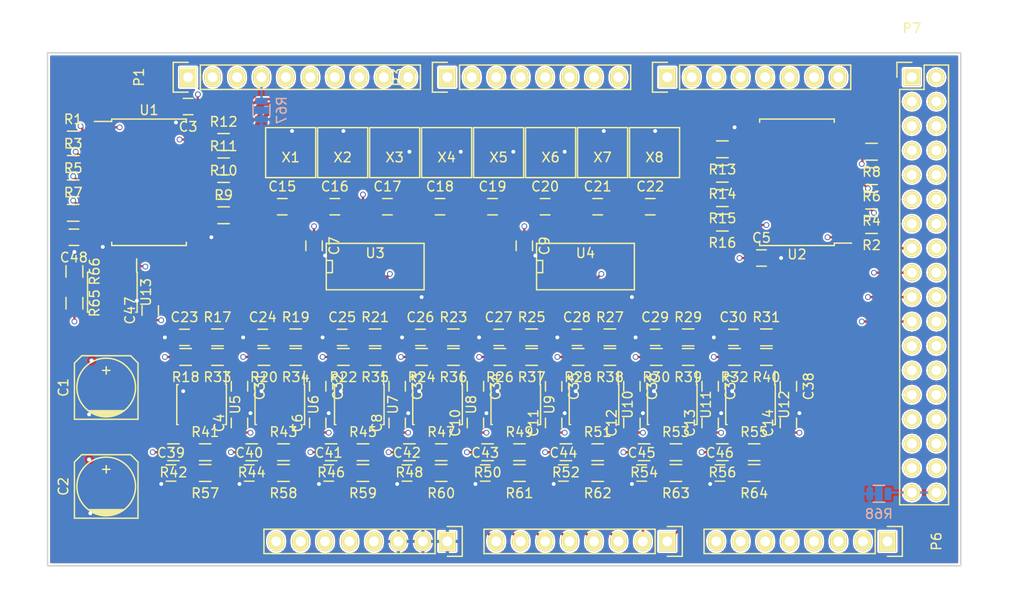
<source format=kicad_pcb>
(kicad_pcb (version 4) (host pcbnew 4.0.5+dfsg1-4)
  (layers (0 F.Cu signal) (1 In1.Cu power) (2 In2.Cu power) (31 B.Cu signal) (34 B.Paste user) (35 F.Paste user) (36 B.SilkS user) (37 F.SilkS user) (38 B.Mask user) (39 F.Mask user) (44 Edge.Cuts user))
  (net 0 "")
  (net 1 +5V)
  (net 2 GND)
  (net 3 +3V3)
  (net 4 /V_PWM_0)
  (net 5 "Net-(C15-Pad2)")
  (net 6 /V_PWM_1)
  (net 7 "Net-(C16-Pad2)")
  (net 8 /V_PWM_2)
  (net 9 "Net-(C17-Pad2)")
  (net 10 /V_PWM_3)
  (net 11 "Net-(C18-Pad2)")
  (net 12 /V_PWM_4)
  (net 13 "Net-(C19-Pad2)")
  (net 14 /V_PWM_5)
  (net 15 "Net-(C20-Pad2)")
  (net 16 /V_PWM_6)
  (net 17 "Net-(C21-Pad2)")
  (net 18 /V_PWM_7)
  (net 19 "Net-(C22-Pad2)")
  (net 20 "Net-(C23-Pad2)")
  (net 21 "Net-(C24-Pad2)")
  (net 22 "Net-(C25-Pad2)")
  (net 23 "Net-(C26-Pad2)")
  (net 24 "Net-(C27-Pad2)")
  (net 25 "Net-(C28-Pad2)")
  (net 26 "Net-(C29-Pad2)")
  (net 27 "Net-(C30-Pad2)")
  (net 28 "Net-(C31-Pad1)")
  (net 29 "Net-(C31-Pad2)")
  (net 30 "Net-(C32-Pad1)")
  (net 31 "Net-(C32-Pad2)")
  (net 32 "Net-(C33-Pad1)")
  (net 33 "Net-(C33-Pad2)")
  (net 34 "Net-(C34-Pad1)")
  (net 35 "Net-(C34-Pad2)")
  (net 36 "Net-(C35-Pad1)")
  (net 37 "Net-(C35-Pad2)")
  (net 38 "Net-(C36-Pad1)")
  (net 39 "Net-(C36-Pad2)")
  (net 40 "Net-(C37-Pad1)")
  (net 41 "Net-(C37-Pad2)")
  (net 42 "Net-(C38-Pad1)")
  (net 43 "Net-(C38-Pad2)")
  (net 44 "Net-(C39-Pad2)")
  (net 45 "Net-(C40-Pad2)")
  (net 46 "Net-(C41-Pad2)")
  (net 47 "Net-(C42-Pad2)")
  (net 48 "Net-(C43-Pad2)")
  (net 49 "Net-(C44-Pad2)")
  (net 50 "Net-(C45-Pad2)")
  (net 51 "Net-(C46-Pad2)")
  (net 52 /PWM_EN)
  (net 53 /GND_SW_EN)
  (net 54 /REC_EN)
  (net 55 /PWM_0)
  (net 56 /PWM_1)
  (net 57 /PWM_2)
  (net 58 /PWM_3)
  (net 59 /ADC_7)
  (net 60 /ADC_6)
  (net 61 /ADC_5)
  (net 62 /ADC_4)
  (net 63 /ADC_3)
  (net 64 /ADC_2)
  (net 65 /ADC_1)
  (net 66 /ADC_0)
  (net 67 /PWM_4)
  (net 68 /PWM_5)
  (net 69 /PWM_6)
  (net 70 /PWM_7)
  (net 71 /GND_SW_0)
  (net 72 /GND_SW_1)
  (net 73 /GND_SW_2)
  (net 74 /GND_SW_3)
  (net 75 /GND_SW_4)
  (net 76 /GND_SW_5)
  (net 77 /GND_SW_6)
  (net 78 /GND_SW_7)
  (net 79 "Net-(R17-Pad1)")
  (net 80 "Net-(R17-Pad2)")
  (net 81 /V_REF)
  (net 82 "Net-(R19-Pad1)")
  (net 83 "Net-(R19-Pad2)")
  (net 84 "Net-(R21-Pad1)")
  (net 85 "Net-(R21-Pad2)")
  (net 86 "Net-(R23-Pad1)")
  (net 87 "Net-(R23-Pad2)")
  (net 88 "Net-(R25-Pad1)")
  (net 89 "Net-(R25-Pad2)")
  (net 90 "Net-(R27-Pad1)")
  (net 91 "Net-(R27-Pad2)")
  (net 92 "Net-(R29-Pad1)")
  (net 93 "Net-(R29-Pad2)")
  (net 94 "Net-(R31-Pad1)")
  (net 95 "Net-(R31-Pad2)")
  (net 96 "Net-(R41-Pad1)")
  (net 97 "Net-(R43-Pad1)")
  (net 98 "Net-(R45-Pad1)")
  (net 99 "Net-(R47-Pad1)")
  (net 100 "Net-(R49-Pad1)")
  (net 101 "Net-(R51-Pad1)")
  (net 102 "Net-(R53-Pad1)")
  (net 103 "Net-(R55-Pad1)")
  (net 104 /GND_0)
  (net 105 /GND_1)
  (net 106 "Net-(C48-Pad2)")
  (module Capacitors_SMD:c_elec_6.3x5.8 (layer F.Cu) (at 62.357 55.118 90)
    (fp_text reference C1 (at 0 -4.445 90) (layer F.SilkS))
    (fp_text value 47u)
    (pad 1 smd rect (at 2.75082 0 90) (size 3.59918 1.6002) (layers F.Cu F.Paste F.Mask) (net 1 +5V))
    (pad 2 smd rect (at -2.75082 0 90) (size 3.59918 1.6002) (layers F.Cu F.Paste F.Mask) (net 2 GND))
  )
  (module Capacitors_SMD:c_elec_6.3x5.8 (layer F.Cu) (at 62.357 65.405 90)
    (fp_text reference C2 (at 0 -4.445 90) (layer F.SilkS))
    (fp_text value 47u)
    (pad 1 smd rect (at 2.75082 0 90) (size 3.59918 1.6002) (layers F.Cu F.Paste F.Mask) (net 3 +3V3))
    (pad 2 smd rect (at -2.75082 0 90) (size 3.59918 1.6002) (layers F.Cu F.Paste F.Mask) (net 2 GND))
  )
  (module Capacitors_SMD:C_0805 (layer F.Cu) (at 70.866 25.908 180)
    (fp_text reference C3 (at 0 -2.1 180) (layer F.SilkS))
    (fp_text value 100n)
    (pad 1 smd rect (at -1 0 180) (size 1 1.25) (layers F.Cu F.Paste F.Mask) (net 1 +5V))
    (pad 2 smd rect (at 1 0 180) (size 1 1.25) (layers F.Cu F.Paste F.Mask) (net 2 GND))
  )
  (module Capacitors_SMD:C_0805 (layer F.Cu) (at 76.2 58.801 90)
    (fp_text reference C4 (at 0 -2.1 90) (layer F.SilkS))
    (fp_text value 220n)
    (pad 1 smd rect (at -1 0 90) (size 1 1.25) (layers F.Cu F.Paste F.Mask) (net 3 +3V3))
    (pad 2 smd rect (at 1 0 90) (size 1 1.25) (layers F.Cu F.Paste F.Mask) (net 2 GND))
  )
  (module Capacitors_SMD:C_0805 (layer F.Cu) (at 130.429 41.656)
    (fp_text reference C5 (at 0 -2.1) (layer F.SilkS))
    (fp_text value 100n)
    (pad 1 smd rect (at -1 0) (size 1 1.25) (layers F.Cu F.Paste F.Mask) (net 1 +5V))
    (pad 2 smd rect (at 1 0) (size 1 1.25) (layers F.Cu F.Paste F.Mask) (net 2 GND))
  )
  (module Capacitors_SMD:C_0805 (layer F.Cu) (at 84.328 58.801 90)
    (fp_text reference C6 (at 0 -2.1 90) (layer F.SilkS))
    (fp_text value 220n)
    (pad 1 smd rect (at -1 0 90) (size 1 1.25) (layers F.Cu F.Paste F.Mask) (net 3 +3V3))
    (pad 2 smd rect (at 1 0 90) (size 1 1.25) (layers F.Cu F.Paste F.Mask) (net 2 GND))
  )
  (module Capacitors_SMD:C_0805 (layer F.Cu) (at 83.947 40.386 270)
    (fp_text reference C7 (at 0 -2.1 270) (layer F.SilkS))
    (fp_text value 100n)
    (pad 1 smd rect (at -1 0 270) (size 1 1.25) (layers F.Cu F.Paste F.Mask) (net 1 +5V))
    (pad 2 smd rect (at 1 0 270) (size 1 1.25) (layers F.Cu F.Paste F.Mask) (net 2 GND))
  )
  (module Capacitors_SMD:C_0805 (layer F.Cu) (at 92.583 58.801 90)
    (fp_text reference C8 (at 0 -2.1 90) (layer F.SilkS))
    (fp_text value 220n)
    (pad 1 smd rect (at -1 0 90) (size 1 1.25) (layers F.Cu F.Paste F.Mask) (net 3 +3V3))
    (pad 2 smd rect (at 1 0 90) (size 1 1.25) (layers F.Cu F.Paste F.Mask) (net 2 GND))
  )
  (module Capacitors_SMD:C_0805 (layer F.Cu) (at 105.791 40.386 270)
    (fp_text reference C9 (at 0 -2.1 270) (layer F.SilkS))
    (fp_text value 100n)
    (pad 1 smd rect (at -1 0 270) (size 1 1.25) (layers F.Cu F.Paste F.Mask) (net 1 +5V))
    (pad 2 smd rect (at 1 0 270) (size 1 1.25) (layers F.Cu F.Paste F.Mask) (net 2 GND))
  )
  (module Capacitors_SMD:C_0805 (layer F.Cu) (at 100.711 58.801 90)
    (fp_text reference C10 (at 0 -2.1 90) (layer F.SilkS))
    (fp_text value 220n)
    (pad 1 smd rect (at -1 0 90) (size 1 1.25) (layers F.Cu F.Paste F.Mask) (net 3 +3V3))
    (pad 2 smd rect (at 1 0 90) (size 1 1.25) (layers F.Cu F.Paste F.Mask) (net 2 GND))
  )
  (module Capacitors_SMD:C_0805 (layer F.Cu) (at 108.839 58.801 90)
    (fp_text reference C11 (at 0 -2.1 90) (layer F.SilkS))
    (fp_text value 220n)
    (pad 1 smd rect (at -1 0 90) (size 1 1.25) (layers F.Cu F.Paste F.Mask) (net 3 +3V3))
    (pad 2 smd rect (at 1 0 90) (size 1 1.25) (layers F.Cu F.Paste F.Mask) (net 2 GND))
  )
  (module Capacitors_SMD:C_0805 (layer F.Cu) (at 116.967 58.801 90)
    (fp_text reference C12 (at 0 -2.1 90) (layer F.SilkS))
    (fp_text value 220n)
    (pad 1 smd rect (at -1 0 90) (size 1 1.25) (layers F.Cu F.Paste F.Mask) (net 3 +3V3))
    (pad 2 smd rect (at 1 0 90) (size 1 1.25) (layers F.Cu F.Paste F.Mask) (net 2 GND))
  )
  (module Capacitors_SMD:C_0805 (layer F.Cu) (at 125.095 58.801 90)
    (fp_text reference C13 (at 0 -2.1 90) (layer F.SilkS))
    (fp_text value 220n)
    (pad 1 smd rect (at -1 0 90) (size 1 1.25) (layers F.Cu F.Paste F.Mask) (net 3 +3V3))
    (pad 2 smd rect (at 1 0 90) (size 1 1.25) (layers F.Cu F.Paste F.Mask) (net 2 GND))
  )
  (module Capacitors_SMD:C_0805 (layer F.Cu) (at 133.223 58.801 90)
    (fp_text reference C14 (at 0 -2.1 90) (layer F.SilkS))
    (fp_text value 220n)
    (pad 1 smd rect (at -1 0 90) (size 1 1.25) (layers F.Cu F.Paste F.Mask) (net 3 +3V3))
    (pad 2 smd rect (at 1 0 90) (size 1 1.25) (layers F.Cu F.Paste F.Mask) (net 2 GND))
  )
  (module Capacitors_SMD:C_0805 (layer F.Cu) (at 80.645 36.322)
    (fp_text reference C15 (at 0 -2.1) (layer F.SilkS))
    (fp_text value 100n)
    (pad 1 smd rect (at -1 0) (size 1 1.25) (layers F.Cu F.Paste F.Mask) (net 4 /V_PWM_0))
    (pad 2 smd rect (at 1 0) (size 1 1.25) (layers F.Cu F.Paste F.Mask) (net 5 "Net-(C15-Pad2)"))
  )
  (module Capacitors_SMD:C_0805 (layer F.Cu) (at 86.106 36.322)
    (fp_text reference C16 (at 0 -2.1) (layer F.SilkS))
    (fp_text value 100n)
    (pad 1 smd rect (at -1 0) (size 1 1.25) (layers F.Cu F.Paste F.Mask) (net 6 /V_PWM_1))
    (pad 2 smd rect (at 1 0) (size 1 1.25) (layers F.Cu F.Paste F.Mask) (net 7 "Net-(C16-Pad2)"))
  )
  (module Capacitors_SMD:C_0805 (layer F.Cu) (at 91.567 36.322)
    (fp_text reference C17 (at 0 -2.1) (layer F.SilkS))
    (fp_text value 100n)
    (pad 1 smd rect (at -1 0) (size 1 1.25) (layers F.Cu F.Paste F.Mask) (net 8 /V_PWM_2))
    (pad 2 smd rect (at 1 0) (size 1 1.25) (layers F.Cu F.Paste F.Mask) (net 9 "Net-(C17-Pad2)"))
  )
  (module Capacitors_SMD:C_0805 (layer F.Cu) (at 97.028 36.322)
    (fp_text reference C18 (at 0 -2.1) (layer F.SilkS))
    (fp_text value 100n)
    (pad 1 smd rect (at -1 0) (size 1 1.25) (layers F.Cu F.Paste F.Mask) (net 10 /V_PWM_3))
    (pad 2 smd rect (at 1 0) (size 1 1.25) (layers F.Cu F.Paste F.Mask) (net 11 "Net-(C18-Pad2)"))
  )
  (module Capacitors_SMD:C_0805 (layer F.Cu) (at 102.489 36.322)
    (fp_text reference C19 (at 0 -2.1) (layer F.SilkS))
    (fp_text value 100n)
    (pad 1 smd rect (at -1 0) (size 1 1.25) (layers F.Cu F.Paste F.Mask) (net 12 /V_PWM_4))
    (pad 2 smd rect (at 1 0) (size 1 1.25) (layers F.Cu F.Paste F.Mask) (net 13 "Net-(C19-Pad2)"))
  )
  (module Capacitors_SMD:C_0805 (layer F.Cu) (at 107.95 36.322)
    (fp_text reference C20 (at 0 -2.1) (layer F.SilkS))
    (fp_text value 100n)
    (pad 1 smd rect (at -1 0) (size 1 1.25) (layers F.Cu F.Paste F.Mask) (net 14 /V_PWM_5))
    (pad 2 smd rect (at 1 0) (size 1 1.25) (layers F.Cu F.Paste F.Mask) (net 15 "Net-(C20-Pad2)"))
  )
  (module Capacitors_SMD:C_0805 (layer F.Cu) (at 113.411 36.322)
    (fp_text reference C21 (at 0 -2.1) (layer F.SilkS))
    (fp_text value 100n)
    (pad 1 smd rect (at -1 0) (size 1 1.25) (layers F.Cu F.Paste F.Mask) (net 16 /V_PWM_6))
    (pad 2 smd rect (at 1 0) (size 1 1.25) (layers F.Cu F.Paste F.Mask) (net 17 "Net-(C21-Pad2)"))
  )
  (module Capacitors_SMD:C_0805 (layer F.Cu) (at 118.872 36.322)
    (fp_text reference C22 (at 0 -2.1) (layer F.SilkS))
    (fp_text value 100n)
    (pad 1 smd rect (at -1 0) (size 1 1.25) (layers F.Cu F.Paste F.Mask) (net 18 /V_PWM_7))
    (pad 2 smd rect (at 1 0) (size 1 1.25) (layers F.Cu F.Paste F.Mask) (net 19 "Net-(C22-Pad2)"))
  )
  (module Capacitors_SMD:C_0805 (layer F.Cu) (at 70.485 49.911)
    (fp_text reference C23 (at 0 -2.1) (layer F.SilkS))
    (fp_text value 100n)
    (pad 1 smd rect (at -1 0) (size 1 1.25) (layers F.Cu F.Paste F.Mask) (net 2 GND))
    (pad 2 smd rect (at 1 0) (size 1 1.25) (layers F.Cu F.Paste F.Mask) (net 20 "Net-(C23-Pad2)"))
  )
  (module Capacitors_SMD:C_0805 (layer F.Cu) (at 78.613 49.911)
    (fp_text reference C24 (at 0 -2.1) (layer F.SilkS))
    (fp_text value 100n)
    (pad 1 smd rect (at -1 0) (size 1 1.25) (layers F.Cu F.Paste F.Mask) (net 2 GND))
    (pad 2 smd rect (at 1 0) (size 1 1.25) (layers F.Cu F.Paste F.Mask) (net 21 "Net-(C24-Pad2)"))
  )
  (module Capacitors_SMD:C_0805 (layer F.Cu) (at 86.868 49.911)
    (fp_text reference C25 (at 0 -2.1) (layer F.SilkS))
    (fp_text value 100n)
    (pad 1 smd rect (at -1 0) (size 1 1.25) (layers F.Cu F.Paste F.Mask) (net 2 GND))
    (pad 2 smd rect (at 1 0) (size 1 1.25) (layers F.Cu F.Paste F.Mask) (net 22 "Net-(C25-Pad2)"))
  )
  (module Capacitors_SMD:C_0805 (layer F.Cu) (at 94.996 49.911)
    (fp_text reference C26 (at 0 -2.1) (layer F.SilkS))
    (fp_text value 100n)
    (pad 1 smd rect (at -1 0) (size 1 1.25) (layers F.Cu F.Paste F.Mask) (net 2 GND))
    (pad 2 smd rect (at 1 0) (size 1 1.25) (layers F.Cu F.Paste F.Mask) (net 23 "Net-(C26-Pad2)"))
  )
  (module Capacitors_SMD:C_0805 (layer F.Cu) (at 103.124 49.911)
    (fp_text reference C27 (at 0 -2.1) (layer F.SilkS))
    (fp_text value 100n)
    (pad 1 smd rect (at -1 0) (size 1 1.25) (layers F.Cu F.Paste F.Mask) (net 2 GND))
    (pad 2 smd rect (at 1 0) (size 1 1.25) (layers F.Cu F.Paste F.Mask) (net 24 "Net-(C27-Pad2)"))
  )
  (module Capacitors_SMD:C_0805 (layer F.Cu) (at 111.252 49.911)
    (fp_text reference C28 (at 0 -2.1) (layer F.SilkS))
    (fp_text value 100n)
    (pad 1 smd rect (at -1 0) (size 1 1.25) (layers F.Cu F.Paste F.Mask) (net 2 GND))
    (pad 2 smd rect (at 1 0) (size 1 1.25) (layers F.Cu F.Paste F.Mask) (net 25 "Net-(C28-Pad2)"))
  )
  (module Capacitors_SMD:C_0805 (layer F.Cu) (at 119.38 49.911)
    (fp_text reference C29 (at 0 -2.1) (layer F.SilkS))
    (fp_text value 100n)
    (pad 1 smd rect (at -1 0) (size 1 1.25) (layers F.Cu F.Paste F.Mask) (net 2 GND))
    (pad 2 smd rect (at 1 0) (size 1 1.25) (layers F.Cu F.Paste F.Mask) (net 26 "Net-(C29-Pad2)"))
  )
  (module Capacitors_SMD:C_0805 (layer F.Cu) (at 127.508 49.911)
    (fp_text reference C30 (at 0 -2.1) (layer F.SilkS))
    (fp_text value 100n)
    (pad 1 smd rect (at -1 0) (size 1 1.25) (layers F.Cu F.Paste F.Mask) (net 2 GND))
    (pad 2 smd rect (at 1 0) (size 1 1.25) (layers F.Cu F.Paste F.Mask) (net 27 "Net-(C30-Pad2)"))
  )
  (module Capacitors_SMD:C_0805 (layer F.Cu) (at 76.2 54.991 270)
    (fp_text reference C31 (at 0 -2.1 270) (layer F.SilkS))
    (fp_text value 100n)
    (pad 1 smd rect (at -1 0 270) (size 1 1.25) (layers F.Cu F.Paste F.Mask) (net 28 "Net-(C31-Pad1)"))
    (pad 2 smd rect (at 1 0 270) (size 1 1.25) (layers F.Cu F.Paste F.Mask) (net 29 "Net-(C31-Pad2)"))
  )
  (module Capacitors_SMD:C_0805 (layer F.Cu) (at 84.328 54.991 270)
    (fp_text reference C32 (at 0 -2.1 270) (layer F.SilkS))
    (fp_text value 100n)
    (pad 1 smd rect (at -1 0 270) (size 1 1.25) (layers F.Cu F.Paste F.Mask) (net 30 "Net-(C32-Pad1)"))
    (pad 2 smd rect (at 1 0 270) (size 1 1.25) (layers F.Cu F.Paste F.Mask) (net 31 "Net-(C32-Pad2)"))
  )
  (module Capacitors_SMD:C_0805 (layer F.Cu) (at 92.583 54.991 270)
    (fp_text reference C33 (at 0 -2.1 270) (layer F.SilkS))
    (fp_text value 100n)
    (pad 1 smd rect (at -1 0 270) (size 1 1.25) (layers F.Cu F.Paste F.Mask) (net 32 "Net-(C33-Pad1)"))
    (pad 2 smd rect (at 1 0 270) (size 1 1.25) (layers F.Cu F.Paste F.Mask) (net 33 "Net-(C33-Pad2)"))
  )
  (module Capacitors_SMD:C_0805 (layer F.Cu) (at 100.711 54.991 270)
    (fp_text reference C34 (at 0 -2.1 270) (layer F.SilkS))
    (fp_text value 100n)
    (pad 1 smd rect (at -1 0 270) (size 1 1.25) (layers F.Cu F.Paste F.Mask) (net 34 "Net-(C34-Pad1)"))
    (pad 2 smd rect (at 1 0 270) (size 1 1.25) (layers F.Cu F.Paste F.Mask) (net 35 "Net-(C34-Pad2)"))
  )
  (module Capacitors_SMD:C_0805 (layer F.Cu) (at 108.839 54.991 270)
    (fp_text reference C35 (at 0 -2.1 270) (layer F.SilkS))
    (fp_text value 100n)
    (pad 1 smd rect (at -1 0 270) (size 1 1.25) (layers F.Cu F.Paste F.Mask) (net 36 "Net-(C35-Pad1)"))
    (pad 2 smd rect (at 1 0 270) (size 1 1.25) (layers F.Cu F.Paste F.Mask) (net 37 "Net-(C35-Pad2)"))
  )
  (module Capacitors_SMD:C_0805 (layer F.Cu) (at 116.967 54.991 270)
    (fp_text reference C36 (at 0 -2.1 270) (layer F.SilkS))
    (fp_text value 100n)
    (pad 1 smd rect (at -1 0 270) (size 1 1.25) (layers F.Cu F.Paste F.Mask) (net 38 "Net-(C36-Pad1)"))
    (pad 2 smd rect (at 1 0 270) (size 1 1.25) (layers F.Cu F.Paste F.Mask) (net 39 "Net-(C36-Pad2)"))
  )
  (module Capacitors_SMD:C_0805 (layer F.Cu) (at 125.095 54.991 270)
    (fp_text reference C37 (at 0 -2.1 270) (layer F.SilkS))
    (fp_text value 100n)
    (pad 1 smd rect (at -1 0 270) (size 1 1.25) (layers F.Cu F.Paste F.Mask) (net 40 "Net-(C37-Pad1)"))
    (pad 2 smd rect (at 1 0 270) (size 1 1.25) (layers F.Cu F.Paste F.Mask) (net 41 "Net-(C37-Pad2)"))
  )
  (module Capacitors_SMD:C_0805 (layer F.Cu) (at 133.223 54.991 270)
    (fp_text reference C38 (at 0 -2.1 270) (layer F.SilkS))
    (fp_text value 100n)
    (pad 1 smd rect (at -1 0 270) (size 1 1.25) (layers F.Cu F.Paste F.Mask) (net 42 "Net-(C38-Pad1)"))
    (pad 2 smd rect (at 1 0 270) (size 1 1.25) (layers F.Cu F.Paste F.Mask) (net 43 "Net-(C38-Pad2)"))
  )
  (module Capacitors_SMD:C_0805 (layer F.Cu) (at 69.088 64.008)
    (fp_text reference C39 (at 0 -2.1) (layer F.SilkS))
    (fp_text value 100n)
    (pad 1 smd rect (at -1 0) (size 1 1.25) (layers F.Cu F.Paste F.Mask) (net 2 GND))
    (pad 2 smd rect (at 1 0) (size 1 1.25) (layers F.Cu F.Paste F.Mask) (net 44 "Net-(C39-Pad2)"))
  )
  (module Capacitors_SMD:C_0805 (layer F.Cu) (at 77.216 64.008)
    (fp_text reference C40 (at 0 -2.1) (layer F.SilkS))
    (fp_text value 100n)
    (pad 1 smd rect (at -1 0) (size 1 1.25) (layers F.Cu F.Paste F.Mask) (net 2 GND))
    (pad 2 smd rect (at 1 0) (size 1 1.25) (layers F.Cu F.Paste F.Mask) (net 45 "Net-(C40-Pad2)"))
  )
  (module Capacitors_SMD:C_0805 (layer F.Cu) (at 85.471 64.008)
    (fp_text reference C41 (at 0 -2.1) (layer F.SilkS))
    (fp_text value 100n)
    (pad 1 smd rect (at -1 0) (size 1 1.25) (layers F.Cu F.Paste F.Mask) (net 2 GND))
    (pad 2 smd rect (at 1 0) (size 1 1.25) (layers F.Cu F.Paste F.Mask) (net 46 "Net-(C41-Pad2)"))
  )
  (module Capacitors_SMD:C_0805 (layer F.Cu) (at 93.599 64.008)
    (fp_text reference C42 (at 0 -2.1) (layer F.SilkS))
    (fp_text value 100n)
    (pad 1 smd rect (at -1 0) (size 1 1.25) (layers F.Cu F.Paste F.Mask) (net 2 GND))
    (pad 2 smd rect (at 1 0) (size 1 1.25) (layers F.Cu F.Paste F.Mask) (net 47 "Net-(C42-Pad2)"))
  )
  (module Capacitors_SMD:C_0805 (layer F.Cu) (at 101.727 64.008)
    (fp_text reference C43 (at 0 -2.1) (layer F.SilkS))
    (fp_text value 100n)
    (pad 1 smd rect (at -1 0) (size 1 1.25) (layers F.Cu F.Paste F.Mask) (net 2 GND))
    (pad 2 smd rect (at 1 0) (size 1 1.25) (layers F.Cu F.Paste F.Mask) (net 48 "Net-(C43-Pad2)"))
  )
  (module Capacitors_SMD:C_0805 (layer F.Cu) (at 109.855 64.008)
    (fp_text reference C44 (at 0 -2.1) (layer F.SilkS))
    (fp_text value 100n)
    (pad 1 smd rect (at -1 0) (size 1 1.25) (layers F.Cu F.Paste F.Mask) (net 2 GND))
    (pad 2 smd rect (at 1 0) (size 1 1.25) (layers F.Cu F.Paste F.Mask) (net 49 "Net-(C44-Pad2)"))
  )
  (module Capacitors_SMD:C_0805 (layer F.Cu) (at 117.983 64.008)
    (fp_text reference C45 (at 0 -2.1) (layer F.SilkS))
    (fp_text value 100n)
    (pad 1 smd rect (at -1 0) (size 1 1.25) (layers F.Cu F.Paste F.Mask) (net 2 GND))
    (pad 2 smd rect (at 1 0) (size 1 1.25) (layers F.Cu F.Paste F.Mask) (net 50 "Net-(C45-Pad2)"))
  )
  (module Capacitors_SMD:C_0805 (layer F.Cu) (at 126.111 64.008)
    (fp_text reference C46 (at 0 -2.1) (layer F.SilkS))
    (fp_text value 100n)
    (pad 1 smd rect (at -1 0) (size 1 1.25) (layers F.Cu F.Paste F.Mask) (net 2 GND))
    (pad 2 smd rect (at 1 0) (size 1 1.25) (layers F.Cu F.Paste F.Mask) (net 51 "Net-(C46-Pad2)"))
  )
  (module Pin_Headers:Pin_Header_Straight_1x10 (layer F.Cu) (at 70.866 22.86 90)
    (fp_text reference P1 (at 0 -5.1 90) (layer F.SilkS))
    (fp_text value CONN_01X10)
    (pad 1 thru_hole rect (at 0 0 90) (size 2.032 1.7272) (drill 1.016) (layers *.Cu *.Mask F.SilkS))
    (pad 2 thru_hole oval (at 0 2.54 90) (size 2.032 1.7272) (drill 1.016) (layers *.Cu *.Mask F.SilkS))
    (pad 3 thru_hole oval (at 0 5.08 90) (size 2.032 1.7272) (drill 1.016) (layers *.Cu *.Mask F.SilkS))
    (pad 4 thru_hole oval (at 0 7.62 90) (size 2.032 1.7272) (drill 1.016) (layers *.Cu *.Mask F.SilkS) (net 104 /GND_0))
    (pad 5 thru_hole oval (at 0 10.16 90) (size 2.032 1.7272) (drill 1.016) (layers *.Cu *.Mask F.SilkS) (net 52 /PWM_EN))
    (pad 6 thru_hole oval (at 0 12.7 90) (size 2.032 1.7272) (drill 1.016) (layers *.Cu *.Mask F.SilkS) (net 53 /GND_SW_EN))
    (pad 7 thru_hole oval (at 0 15.24 90) (size 2.032 1.7272) (drill 1.016) (layers *.Cu *.Mask F.SilkS) (net 54 /REC_EN))
    (pad 8 thru_hole oval (at 0 17.78 90) (size 2.032 1.7272) (drill 1.016) (layers *.Cu *.Mask F.SilkS))
    (pad 9 thru_hole oval (at 0 20.32 90) (size 2.032 1.7272) (drill 1.016) (layers *.Cu *.Mask F.SilkS) (net 55 /PWM_0))
    (pad 10 thru_hole oval (at 0 22.86 90) (size 2.032 1.7272) (drill 1.016) (layers *.Cu *.Mask F.SilkS) (net 56 /PWM_1))
  )
  (module Resistors_SMD:R_0805 (layer F.Cu) (at 58.928 29.337)
    (fp_text reference R1 (at 0 -2.1) (layer F.SilkS))
    (fp_text value 10k)
    (pad 1 smd rect (at -0.95 0) (size 0.7 1.3) (layers F.Cu F.Paste F.Mask) (net 2 GND))
    (pad 2 smd rect (at 0.95 0) (size 0.7 1.3) (layers F.Cu F.Paste F.Mask) (net 58 /PWM_3))
  )
  (module Resistors_SMD:R_0805 (layer F.Cu) (at 141.859 38.227 180)
    (fp_text reference R2 (at 0 -2.1 180) (layer F.SilkS))
    (fp_text value 10k)
    (pad 1 smd rect (at -0.95 0 180) (size 0.7 1.3) (layers F.Cu F.Paste F.Mask) (net 2 GND))
    (pad 2 smd rect (at 0.95 0 180) (size 0.7 1.3) (layers F.Cu F.Paste F.Mask) (net 70 /PWM_7))
  )
  (module Resistors_SMD:R_0805 (layer F.Cu) (at 58.928 31.877)
    (fp_text reference R3 (at 0 -2.1) (layer F.SilkS))
    (fp_text value 10k)
    (pad 1 smd rect (at -0.95 0) (size 0.7 1.3) (layers F.Cu F.Paste F.Mask) (net 2 GND))
    (pad 2 smd rect (at 0.95 0) (size 0.7 1.3) (layers F.Cu F.Paste F.Mask) (net 57 /PWM_2))
  )
  (module Resistors_SMD:R_0805 (layer F.Cu) (at 141.859 35.687 180)
    (fp_text reference R4 (at 0 -2.1 180) (layer F.SilkS))
    (fp_text value 10k)
    (pad 1 smd rect (at -0.95 0 180) (size 0.7 1.3) (layers F.Cu F.Paste F.Mask) (net 2 GND))
    (pad 2 smd rect (at 0.95 0 180) (size 0.7 1.3) (layers F.Cu F.Paste F.Mask) (net 69 /PWM_6))
  )
  (module Resistors_SMD:R_0805 (layer F.Cu) (at 58.928 34.417)
    (fp_text reference R5 (at 0 -2.1) (layer F.SilkS))
    (fp_text value 10k)
    (pad 1 smd rect (at -0.95 0) (size 0.7 1.3) (layers F.Cu F.Paste F.Mask) (net 2 GND))
    (pad 2 smd rect (at 0.95 0) (size 0.7 1.3) (layers F.Cu F.Paste F.Mask) (net 56 /PWM_1))
  )
  (module Resistors_SMD:R_0805 (layer F.Cu) (at 141.859 33.147 180)
    (fp_text reference R6 (at 0 -2.1 180) (layer F.SilkS))
    (fp_text value 10k)
    (pad 1 smd rect (at -0.95 0 180) (size 0.7 1.3) (layers F.Cu F.Paste F.Mask) (net 2 GND))
    (pad 2 smd rect (at 0.95 0 180) (size 0.7 1.3) (layers F.Cu F.Paste F.Mask) (net 68 /PWM_5))
  )
  (module Resistors_SMD:R_0805 (layer F.Cu) (at 58.928 36.957)
    (fp_text reference R7 (at 0 -2.1) (layer F.SilkS))
    (fp_text value 10k)
    (pad 1 smd rect (at -0.95 0) (size 0.7 1.3) (layers F.Cu F.Paste F.Mask) (net 2 GND))
    (pad 2 smd rect (at 0.95 0) (size 0.7 1.3) (layers F.Cu F.Paste F.Mask) (net 55 /PWM_0))
  )
  (module Resistors_SMD:R_0805 (layer F.Cu) (at 141.859 30.607 180)
    (fp_text reference R8 (at 0 -2.1 180) (layer F.SilkS))
    (fp_text value 10k)
    (pad 1 smd rect (at -0.95 0 180) (size 0.7 1.3) (layers F.Cu F.Paste F.Mask) (net 2 GND))
    (pad 2 smd rect (at 0.95 0 180) (size 0.7 1.3) (layers F.Cu F.Paste F.Mask) (net 67 /PWM_4))
  )
  (module Resistors_SMD:R_0805 (layer F.Cu) (at 74.549 37.211)
    (fp_text reference R9 (at 0 -2.1) (layer F.SilkS))
    (fp_text value 1k)
    (pad 1 smd rect (at -0.95 0) (size 0.7 1.3) (layers F.Cu F.Paste F.Mask) (net 71 /GND_SW_0))
    (pad 2 smd rect (at 0.95 0) (size 0.7 1.3) (layers F.Cu F.Paste F.Mask) (net 4 /V_PWM_0))
  )
  (module Resistors_SMD:R_0805 (layer F.Cu) (at 74.549 34.671)
    (fp_text reference R10 (at 0 -2.1) (layer F.SilkS))
    (fp_text value 1k)
    (pad 1 smd rect (at -0.95 0) (size 0.7 1.3) (layers F.Cu F.Paste F.Mask) (net 72 /GND_SW_1))
    (pad 2 smd rect (at 0.95 0) (size 0.7 1.3) (layers F.Cu F.Paste F.Mask) (net 6 /V_PWM_1))
  )
  (module Resistors_SMD:R_0805 (layer F.Cu) (at 74.549 32.131)
    (fp_text reference R11 (at 0 -2.1) (layer F.SilkS))
    (fp_text value 1k)
    (pad 1 smd rect (at -0.95 0) (size 0.7 1.3) (layers F.Cu F.Paste F.Mask) (net 73 /GND_SW_2))
    (pad 2 smd rect (at 0.95 0) (size 0.7 1.3) (layers F.Cu F.Paste F.Mask) (net 8 /V_PWM_2))
  )
  (module Resistors_SMD:R_0805 (layer F.Cu) (at 74.549 29.591)
    (fp_text reference R12 (at 0 -2.1) (layer F.SilkS))
    (fp_text value 1k)
    (pad 1 smd rect (at -0.95 0) (size 0.7 1.3) (layers F.Cu F.Paste F.Mask) (net 74 /GND_SW_3))
    (pad 2 smd rect (at 0.95 0) (size 0.7 1.3) (layers F.Cu F.Paste F.Mask) (net 10 /V_PWM_3))
  )
  (module Resistors_SMD:R_0805 (layer F.Cu) (at 126.365 30.353 180)
    (fp_text reference R13 (at 0 -2.1 180) (layer F.SilkS))
    (fp_text value 1k)
    (pad 1 smd rect (at -0.95 0 180) (size 0.7 1.3) (layers F.Cu F.Paste F.Mask) (net 75 /GND_SW_4))
    (pad 2 smd rect (at 0.95 0 180) (size 0.7 1.3) (layers F.Cu F.Paste F.Mask) (net 12 /V_PWM_4))
  )
  (module Resistors_SMD:R_0805 (layer F.Cu) (at 126.365 32.893 180)
    (fp_text reference R14 (at 0 -2.1 180) (layer F.SilkS))
    (fp_text value 1k)
    (pad 1 smd rect (at -0.95 0 180) (size 0.7 1.3) (layers F.Cu F.Paste F.Mask) (net 76 /GND_SW_5))
    (pad 2 smd rect (at 0.95 0 180) (size 0.7 1.3) (layers F.Cu F.Paste F.Mask) (net 14 /V_PWM_5))
  )
  (module Resistors_SMD:R_0805 (layer F.Cu) (at 126.365 35.433 180)
    (fp_text reference R15 (at 0 -2.1 180) (layer F.SilkS))
    (fp_text value 1k)
    (pad 1 smd rect (at -0.95 0 180) (size 0.7 1.3) (layers F.Cu F.Paste F.Mask) (net 77 /GND_SW_6))
    (pad 2 smd rect (at 0.95 0 180) (size 0.7 1.3) (layers F.Cu F.Paste F.Mask) (net 16 /V_PWM_6))
  )
  (module Resistors_SMD:R_0805 (layer F.Cu) (at 126.365 37.973 180)
    (fp_text reference R16 (at 0 -2.1 180) (layer F.SilkS))
    (fp_text value 1k)
    (pad 1 smd rect (at -0.95 0 180) (size 0.7 1.3) (layers F.Cu F.Paste F.Mask) (net 78 /GND_SW_7))
    (pad 2 smd rect (at 0.95 0 180) (size 0.7 1.3) (layers F.Cu F.Paste F.Mask) (net 18 /V_PWM_7))
  )
  (module Resistors_SMD:R_0805 (layer F.Cu) (at 73.914 49.911)
    (fp_text reference R17 (at 0 -2.1) (layer F.SilkS))
    (fp_text value 0)
    (pad 1 smd rect (at -0.95 0) (size 0.7 1.3) (layers F.Cu F.Paste F.Mask) (net 79 "Net-(R17-Pad1)"))
    (pad 2 smd rect (at 0.95 0) (size 0.7 1.3) (layers F.Cu F.Paste F.Mask) (net 80 "Net-(R17-Pad2)"))
  )
  (module Resistors_SMD:R_0805 (layer F.Cu) (at 70.612 51.943 180)
    (fp_text reference R18 (at 0 -2.1 180) (layer F.SilkS))
    (fp_text value 10k)
    (pad 1 smd rect (at -0.95 0 180) (size 0.7 1.3) (layers F.Cu F.Paste F.Mask) (net 20 "Net-(C23-Pad2)"))
    (pad 2 smd rect (at 0.95 0 180) (size 0.7 1.3) (layers F.Cu F.Paste F.Mask) (net 81 /V_REF))
  )
  (module Resistors_SMD:R_0805 (layer F.Cu) (at 82.042 49.911)
    (fp_text reference R19 (at 0 -2.1) (layer F.SilkS))
    (fp_text value 0)
    (pad 1 smd rect (at -0.95 0) (size 0.7 1.3) (layers F.Cu F.Paste F.Mask) (net 82 "Net-(R19-Pad1)"))
    (pad 2 smd rect (at 0.95 0) (size 0.7 1.3) (layers F.Cu F.Paste F.Mask) (net 83 "Net-(R19-Pad2)"))
  )
  (module Resistors_SMD:R_0805 (layer F.Cu) (at 78.74 51.943 180)
    (fp_text reference R20 (at 0 -2.1 180) (layer F.SilkS))
    (fp_text value 10k)
    (pad 1 smd rect (at -0.95 0 180) (size 0.7 1.3) (layers F.Cu F.Paste F.Mask) (net 21 "Net-(C24-Pad2)"))
    (pad 2 smd rect (at 0.95 0 180) (size 0.7 1.3) (layers F.Cu F.Paste F.Mask) (net 81 /V_REF))
  )
  (module Resistors_SMD:R_0805 (layer F.Cu) (at 90.297 49.911)
    (fp_text reference R21 (at 0 -2.1) (layer F.SilkS))
    (fp_text value 0)
    (pad 1 smd rect (at -0.95 0) (size 0.7 1.3) (layers F.Cu F.Paste F.Mask) (net 84 "Net-(R21-Pad1)"))
    (pad 2 smd rect (at 0.95 0) (size 0.7 1.3) (layers F.Cu F.Paste F.Mask) (net 85 "Net-(R21-Pad2)"))
  )
  (module Resistors_SMD:R_0805 (layer F.Cu) (at 86.995 51.943 180)
    (fp_text reference R22 (at 0 -2.1 180) (layer F.SilkS))
    (fp_text value 10k)
    (pad 1 smd rect (at -0.95 0 180) (size 0.7 1.3) (layers F.Cu F.Paste F.Mask) (net 22 "Net-(C25-Pad2)"))
    (pad 2 smd rect (at 0.95 0 180) (size 0.7 1.3) (layers F.Cu F.Paste F.Mask) (net 81 /V_REF))
  )
  (module Resistors_SMD:R_0805 (layer F.Cu) (at 98.425 49.911)
    (fp_text reference R23 (at 0 -2.1) (layer F.SilkS))
    (fp_text value 0)
    (pad 1 smd rect (at -0.95 0) (size 0.7 1.3) (layers F.Cu F.Paste F.Mask) (net 86 "Net-(R23-Pad1)"))
    (pad 2 smd rect (at 0.95 0) (size 0.7 1.3) (layers F.Cu F.Paste F.Mask) (net 87 "Net-(R23-Pad2)"))
  )
  (module Resistors_SMD:R_0805 (layer F.Cu) (at 95.123 51.943 180)
    (fp_text reference R24 (at 0 -2.1 180) (layer F.SilkS))
    (fp_text value 10k)
    (pad 1 smd rect (at -0.95 0 180) (size 0.7 1.3) (layers F.Cu F.Paste F.Mask) (net 23 "Net-(C26-Pad2)"))
    (pad 2 smd rect (at 0.95 0 180) (size 0.7 1.3) (layers F.Cu F.Paste F.Mask) (net 81 /V_REF))
  )
  (module Resistors_SMD:R_0805 (layer F.Cu) (at 106.553 49.911)
    (fp_text reference R25 (at 0 -2.1) (layer F.SilkS))
    (fp_text value 0)
    (pad 1 smd rect (at -0.95 0) (size 0.7 1.3) (layers F.Cu F.Paste F.Mask) (net 88 "Net-(R25-Pad1)"))
    (pad 2 smd rect (at 0.95 0) (size 0.7 1.3) (layers F.Cu F.Paste F.Mask) (net 89 "Net-(R25-Pad2)"))
  )
  (module Resistors_SMD:R_0805 (layer F.Cu) (at 103.251 51.943 180)
    (fp_text reference R26 (at 0 -2.1 180) (layer F.SilkS))
    (fp_text value 10k)
    (pad 1 smd rect (at -0.95 0 180) (size 0.7 1.3) (layers F.Cu F.Paste F.Mask) (net 24 "Net-(C27-Pad2)"))
    (pad 2 smd rect (at 0.95 0 180) (size 0.7 1.3) (layers F.Cu F.Paste F.Mask) (net 81 /V_REF))
  )
  (module Resistors_SMD:R_0805 (layer F.Cu) (at 114.681 49.911)
    (fp_text reference R27 (at 0 -2.1) (layer F.SilkS))
    (fp_text value 0)
    (pad 1 smd rect (at -0.95 0) (size 0.7 1.3) (layers F.Cu F.Paste F.Mask) (net 90 "Net-(R27-Pad1)"))
    (pad 2 smd rect (at 0.95 0) (size 0.7 1.3) (layers F.Cu F.Paste F.Mask) (net 91 "Net-(R27-Pad2)"))
  )
  (module Resistors_SMD:R_0805 (layer F.Cu) (at 111.379 51.943 180)
    (fp_text reference R28 (at 0 -2.1 180) (layer F.SilkS))
    (fp_text value 10k)
    (pad 1 smd rect (at -0.95 0 180) (size 0.7 1.3) (layers F.Cu F.Paste F.Mask) (net 25 "Net-(C28-Pad2)"))
    (pad 2 smd rect (at 0.95 0 180) (size 0.7 1.3) (layers F.Cu F.Paste F.Mask) (net 81 /V_REF))
  )
  (module Resistors_SMD:R_0805 (layer F.Cu) (at 122.809 49.911)
    (fp_text reference R29 (at 0 -2.1) (layer F.SilkS))
    (fp_text value 0)
    (pad 1 smd rect (at -0.95 0) (size 0.7 1.3) (layers F.Cu F.Paste F.Mask) (net 92 "Net-(R29-Pad1)"))
    (pad 2 smd rect (at 0.95 0) (size 0.7 1.3) (layers F.Cu F.Paste F.Mask) (net 93 "Net-(R29-Pad2)"))
  )
  (module Resistors_SMD:R_0805 (layer F.Cu) (at 119.507 51.943 180)
    (fp_text reference R30 (at 0 -2.1 180) (layer F.SilkS))
    (fp_text value 10k)
    (pad 1 smd rect (at -0.95 0 180) (size 0.7 1.3) (layers F.Cu F.Paste F.Mask) (net 26 "Net-(C29-Pad2)"))
    (pad 2 smd rect (at 0.95 0 180) (size 0.7 1.3) (layers F.Cu F.Paste F.Mask) (net 81 /V_REF))
  )
  (module Resistors_SMD:R_0805 (layer F.Cu) (at 130.937 49.911)
    (fp_text reference R31 (at 0 -2.1) (layer F.SilkS))
    (fp_text value 0)
    (pad 1 smd rect (at -0.95 0) (size 0.7 1.3) (layers F.Cu F.Paste F.Mask) (net 94 "Net-(R31-Pad1)"))
    (pad 2 smd rect (at 0.95 0) (size 0.7 1.3) (layers F.Cu F.Paste F.Mask) (net 95 "Net-(R31-Pad2)"))
  )
  (module Resistors_SMD:R_0805 (layer F.Cu) (at 127.635 51.943 180)
    (fp_text reference R32 (at 0 -2.1 180) (layer F.SilkS))
    (fp_text value 10k)
    (pad 1 smd rect (at -0.95 0 180) (size 0.7 1.3) (layers F.Cu F.Paste F.Mask) (net 27 "Net-(C30-Pad2)"))
    (pad 2 smd rect (at 0.95 0 180) (size 0.7 1.3) (layers F.Cu F.Paste F.Mask) (net 81 /V_REF))
  )
  (module Resistors_SMD:R_0805 (layer F.Cu) (at 73.914 51.943 180)
    (fp_text reference R33 (at 0 -2.1 180) (layer F.SilkS))
    (fp_text value 20k)
    (pad 1 smd rect (at -0.95 0 180) (size 0.7 1.3) (layers F.Cu F.Paste F.Mask) (net 28 "Net-(C31-Pad1)"))
    (pad 2 smd rect (at 0.95 0 180) (size 0.7 1.3) (layers F.Cu F.Paste F.Mask) (net 79 "Net-(R17-Pad1)"))
  )
  (module Resistors_SMD:R_0805 (layer F.Cu) (at 82.042 51.943 180)
    (fp_text reference R34 (at 0 -2.1 180) (layer F.SilkS))
    (fp_text value 20k)
    (pad 1 smd rect (at -0.95 0 180) (size 0.7 1.3) (layers F.Cu F.Paste F.Mask) (net 30 "Net-(C32-Pad1)"))
    (pad 2 smd rect (at 0.95 0 180) (size 0.7 1.3) (layers F.Cu F.Paste F.Mask) (net 82 "Net-(R19-Pad1)"))
  )
  (module Resistors_SMD:R_0805 (layer F.Cu) (at 90.297 51.943 180)
    (fp_text reference R35 (at 0 -2.1 180) (layer F.SilkS))
    (fp_text value 20k)
    (pad 1 smd rect (at -0.95 0 180) (size 0.7 1.3) (layers F.Cu F.Paste F.Mask) (net 32 "Net-(C33-Pad1)"))
    (pad 2 smd rect (at 0.95 0 180) (size 0.7 1.3) (layers F.Cu F.Paste F.Mask) (net 84 "Net-(R21-Pad1)"))
  )
  (module Resistors_SMD:R_0805 (layer F.Cu) (at 98.425 51.943 180)
    (fp_text reference R36 (at 0 -2.1 180) (layer F.SilkS))
    (fp_text value 20k)
    (pad 1 smd rect (at -0.95 0 180) (size 0.7 1.3) (layers F.Cu F.Paste F.Mask) (net 34 "Net-(C34-Pad1)"))
    (pad 2 smd rect (at 0.95 0 180) (size 0.7 1.3) (layers F.Cu F.Paste F.Mask) (net 86 "Net-(R23-Pad1)"))
  )
  (module Resistors_SMD:R_0805 (layer F.Cu) (at 106.553 51.943 180)
    (fp_text reference R37 (at 0 -2.1 180) (layer F.SilkS))
    (fp_text value 20k)
    (pad 1 smd rect (at -0.95 0 180) (size 0.7 1.3) (layers F.Cu F.Paste F.Mask) (net 36 "Net-(C35-Pad1)"))
    (pad 2 smd rect (at 0.95 0 180) (size 0.7 1.3) (layers F.Cu F.Paste F.Mask) (net 88 "Net-(R25-Pad1)"))
  )
  (module Resistors_SMD:R_0805 (layer F.Cu) (at 114.681 51.943 180)
    (fp_text reference R38 (at 0 -2.1 180) (layer F.SilkS))
    (fp_text value 20k)
    (pad 1 smd rect (at -0.95 0 180) (size 0.7 1.3) (layers F.Cu F.Paste F.Mask) (net 38 "Net-(C36-Pad1)"))
    (pad 2 smd rect (at 0.95 0 180) (size 0.7 1.3) (layers F.Cu F.Paste F.Mask) (net 90 "Net-(R27-Pad1)"))
  )
  (module Resistors_SMD:R_0805 (layer F.Cu) (at 122.809 51.943 180)
    (fp_text reference R39 (at 0 -2.1 180) (layer F.SilkS))
    (fp_text value 20k)
    (pad 1 smd rect (at -0.95 0 180) (size 0.7 1.3) (layers F.Cu F.Paste F.Mask) (net 40 "Net-(C37-Pad1)"))
    (pad 2 smd rect (at 0.95 0 180) (size 0.7 1.3) (layers F.Cu F.Paste F.Mask) (net 92 "Net-(R29-Pad1)"))
  )
  (module Resistors_SMD:R_0805 (layer F.Cu) (at 130.937 51.943 180)
    (fp_text reference R40 (at 0 -2.1 180) (layer F.SilkS))
    (fp_text value 20k)
    (pad 1 smd rect (at -0.95 0 180) (size 0.7 1.3) (layers F.Cu F.Paste F.Mask) (net 42 "Net-(C38-Pad1)"))
    (pad 2 smd rect (at 0.95 0 180) (size 0.7 1.3) (layers F.Cu F.Paste F.Mask) (net 94 "Net-(R31-Pad1)"))
  )
  (module Resistors_SMD:R_0805 (layer F.Cu) (at 72.644 61.849)
    (fp_text reference R41 (at 0 -2.1) (layer F.SilkS))
    (fp_text value 100)
    (pad 1 smd rect (at -0.95 0) (size 0.7 1.3) (layers F.Cu F.Paste F.Mask) (net 96 "Net-(R41-Pad1)"))
    (pad 2 smd rect (at 0.95 0) (size 0.7 1.3) (layers F.Cu F.Paste F.Mask) (net 29 "Net-(C31-Pad2)"))
  )
  (module Resistors_SMD:R_0805 (layer F.Cu) (at 69.342 61.849 180)
    (fp_text reference R42 (at 0 -2.1 180) (layer F.SilkS))
    (fp_text value 100)
    (pad 1 smd rect (at -0.95 0 180) (size 0.7 1.3) (layers F.Cu F.Paste F.Mask) (net 44 "Net-(C39-Pad2)"))
    (pad 2 smd rect (at 0.95 0 180) (size 0.7 1.3) (layers F.Cu F.Paste F.Mask) (net 81 /V_REF))
  )
  (module Resistors_SMD:R_0805 (layer F.Cu) (at 80.772 61.849)
    (fp_text reference R43 (at 0 -2.1) (layer F.SilkS))
    (fp_text value 100)
    (pad 1 smd rect (at -0.95 0) (size 0.7 1.3) (layers F.Cu F.Paste F.Mask) (net 97 "Net-(R43-Pad1)"))
    (pad 2 smd rect (at 0.95 0) (size 0.7 1.3) (layers F.Cu F.Paste F.Mask) (net 31 "Net-(C32-Pad2)"))
  )
  (module Resistors_SMD:R_0805 (layer F.Cu) (at 77.47 61.849 180)
    (fp_text reference R44 (at 0 -2.1 180) (layer F.SilkS))
    (fp_text value 100)
    (pad 1 smd rect (at -0.95 0 180) (size 0.7 1.3) (layers F.Cu F.Paste F.Mask) (net 45 "Net-(C40-Pad2)"))
    (pad 2 smd rect (at 0.95 0 180) (size 0.7 1.3) (layers F.Cu F.Paste F.Mask) (net 81 /V_REF))
  )
  (module Resistors_SMD:R_0805 (layer F.Cu) (at 89.027 61.849)
    (fp_text reference R45 (at 0 -2.1) (layer F.SilkS))
    (fp_text value 100)
    (pad 1 smd rect (at -0.95 0) (size 0.7 1.3) (layers F.Cu F.Paste F.Mask) (net 98 "Net-(R45-Pad1)"))
    (pad 2 smd rect (at 0.95 0) (size 0.7 1.3) (layers F.Cu F.Paste F.Mask) (net 33 "Net-(C33-Pad2)"))
  )
  (module Resistors_SMD:R_0805 (layer F.Cu) (at 85.725 61.849 180)
    (fp_text reference R46 (at 0 -2.1 180) (layer F.SilkS))
    (fp_text value 100)
    (pad 1 smd rect (at -0.95 0 180) (size 0.7 1.3) (layers F.Cu F.Paste F.Mask) (net 46 "Net-(C41-Pad2)"))
    (pad 2 smd rect (at 0.95 0 180) (size 0.7 1.3) (layers F.Cu F.Paste F.Mask) (net 81 /V_REF))
  )
  (module Resistors_SMD:R_0805 (layer F.Cu) (at 97.155 61.849)
    (fp_text reference R47 (at 0 -2.1) (layer F.SilkS))
    (fp_text value 100)
    (pad 1 smd rect (at -0.95 0) (size 0.7 1.3) (layers F.Cu F.Paste F.Mask) (net 99 "Net-(R47-Pad1)"))
    (pad 2 smd rect (at 0.95 0) (size 0.7 1.3) (layers F.Cu F.Paste F.Mask) (net 35 "Net-(C34-Pad2)"))
  )
  (module Resistors_SMD:R_0805 (layer F.Cu) (at 93.853 61.849 180)
    (fp_text reference R48 (at 0 -2.1 180) (layer F.SilkS))
    (fp_text value 100)
    (pad 1 smd rect (at -0.95 0 180) (size 0.7 1.3) (layers F.Cu F.Paste F.Mask) (net 47 "Net-(C42-Pad2)"))
    (pad 2 smd rect (at 0.95 0 180) (size 0.7 1.3) (layers F.Cu F.Paste F.Mask) (net 81 /V_REF))
  )
  (module Resistors_SMD:R_0805 (layer F.Cu) (at 105.283 61.849)
    (fp_text reference R49 (at 0 -2.1) (layer F.SilkS))
    (fp_text value 100)
    (pad 1 smd rect (at -0.95 0) (size 0.7 1.3) (layers F.Cu F.Paste F.Mask) (net 100 "Net-(R49-Pad1)"))
    (pad 2 smd rect (at 0.95 0) (size 0.7 1.3) (layers F.Cu F.Paste F.Mask) (net 37 "Net-(C35-Pad2)"))
  )
  (module Resistors_SMD:R_0805 (layer F.Cu) (at 101.981 61.849 180)
    (fp_text reference R50 (at 0 -2.1 180) (layer F.SilkS))
    (fp_text value 100)
    (pad 1 smd rect (at -0.95 0 180) (size 0.7 1.3) (layers F.Cu F.Paste F.Mask) (net 48 "Net-(C43-Pad2)"))
    (pad 2 smd rect (at 0.95 0 180) (size 0.7 1.3) (layers F.Cu F.Paste F.Mask) (net 81 /V_REF))
  )
  (module Resistors_SMD:R_0805 (layer F.Cu) (at 113.411 61.849)
    (fp_text reference R51 (at 0 -2.1) (layer F.SilkS))
    (fp_text value 100)
    (pad 1 smd rect (at -0.95 0) (size 0.7 1.3) (layers F.Cu F.Paste F.Mask) (net 101 "Net-(R51-Pad1)"))
    (pad 2 smd rect (at 0.95 0) (size 0.7 1.3) (layers F.Cu F.Paste F.Mask) (net 39 "Net-(C36-Pad2)"))
  )
  (module Resistors_SMD:R_0805 (layer F.Cu) (at 110.109 61.849 180)
    (fp_text reference R52 (at 0 -2.1 180) (layer F.SilkS))
    (fp_text value 100)
    (pad 1 smd rect (at -0.95 0 180) (size 0.7 1.3) (layers F.Cu F.Paste F.Mask) (net 49 "Net-(C44-Pad2)"))
    (pad 2 smd rect (at 0.95 0 180) (size 0.7 1.3) (layers F.Cu F.Paste F.Mask) (net 81 /V_REF))
  )
  (module Resistors_SMD:R_0805 (layer F.Cu) (at 121.539 61.849)
    (fp_text reference R53 (at 0 -2.1) (layer F.SilkS))
    (fp_text value 100)
    (pad 1 smd rect (at -0.95 0) (size 0.7 1.3) (layers F.Cu F.Paste F.Mask) (net 102 "Net-(R53-Pad1)"))
    (pad 2 smd rect (at 0.95 0) (size 0.7 1.3) (layers F.Cu F.Paste F.Mask) (net 41 "Net-(C37-Pad2)"))
  )
  (module Resistors_SMD:R_0805 (layer F.Cu) (at 118.237 61.849 180)
    (fp_text reference R54 (at 0 -2.1 180) (layer F.SilkS))
    (fp_text value 100)
    (pad 1 smd rect (at -0.95 0 180) (size 0.7 1.3) (layers F.Cu F.Paste F.Mask) (net 50 "Net-(C45-Pad2)"))
    (pad 2 smd rect (at 0.95 0 180) (size 0.7 1.3) (layers F.Cu F.Paste F.Mask) (net 81 /V_REF))
  )
  (module Resistors_SMD:R_0805 (layer F.Cu) (at 129.667 61.849)
    (fp_text reference R55 (at 0 -2.1) (layer F.SilkS))
    (fp_text value 100)
    (pad 1 smd rect (at -0.95 0) (size 0.7 1.3) (layers F.Cu F.Paste F.Mask) (net 103 "Net-(R55-Pad1)"))
    (pad 2 smd rect (at 0.95 0) (size 0.7 1.3) (layers F.Cu F.Paste F.Mask) (net 43 "Net-(C38-Pad2)"))
  )
  (module Resistors_SMD:R_0805 (layer F.Cu) (at 126.365 61.849 180)
    (fp_text reference R56 (at 0 -2.1 180) (layer F.SilkS))
    (fp_text value 100)
    (pad 1 smd rect (at -0.95 0 180) (size 0.7 1.3) (layers F.Cu F.Paste F.Mask) (net 51 "Net-(C46-Pad2)"))
    (pad 2 smd rect (at 0.95 0 180) (size 0.7 1.3) (layers F.Cu F.Paste F.Mask) (net 81 /V_REF))
  )
  (module Resistors_SMD:R_0805 (layer F.Cu) (at 72.644 64.008 180)
    (fp_text reference R57 (at 0 -2.1 180) (layer F.SilkS))
    (fp_text value 10k)
    (pad 1 smd rect (at -0.95 0 180) (size 0.7 1.3) (layers F.Cu F.Paste F.Mask) (net 66 /ADC_0))
    (pad 2 smd rect (at 0.95 0 180) (size 0.7 1.3) (layers F.Cu F.Paste F.Mask) (net 96 "Net-(R41-Pad1)"))
  )
  (module Resistors_SMD:R_0805 (layer F.Cu) (at 80.772 64.008 180)
    (fp_text reference R58 (at 0 -2.1 180) (layer F.SilkS))
    (fp_text value 10k)
    (pad 1 smd rect (at -0.95 0 180) (size 0.7 1.3) (layers F.Cu F.Paste F.Mask) (net 65 /ADC_1))
    (pad 2 smd rect (at 0.95 0 180) (size 0.7 1.3) (layers F.Cu F.Paste F.Mask) (net 97 "Net-(R43-Pad1)"))
  )
  (module Resistors_SMD:R_0805 (layer F.Cu) (at 89.027 64.008 180)
    (fp_text reference R59 (at 0 -2.1 180) (layer F.SilkS))
    (fp_text value 10k)
    (pad 1 smd rect (at -0.95 0 180) (size 0.7 1.3) (layers F.Cu F.Paste F.Mask) (net 64 /ADC_2))
    (pad 2 smd rect (at 0.95 0 180) (size 0.7 1.3) (layers F.Cu F.Paste F.Mask) (net 98 "Net-(R45-Pad1)"))
  )
  (module Resistors_SMD:R_0805 (layer F.Cu) (at 97.155 64.008 180)
    (fp_text reference R60 (at 0 -2.1 180) (layer F.SilkS))
    (fp_text value 10k)
    (pad 1 smd rect (at -0.95 0 180) (size 0.7 1.3) (layers F.Cu F.Paste F.Mask) (net 63 /ADC_3))
    (pad 2 smd rect (at 0.95 0 180) (size 0.7 1.3) (layers F.Cu F.Paste F.Mask) (net 99 "Net-(R47-Pad1)"))
  )
  (module Resistors_SMD:R_0805 (layer F.Cu) (at 105.283 64.008 180)
    (fp_text reference R61 (at 0 -2.1 180) (layer F.SilkS))
    (fp_text value 10k)
    (pad 1 smd rect (at -0.95 0 180) (size 0.7 1.3) (layers F.Cu F.Paste F.Mask) (net 62 /ADC_4))
    (pad 2 smd rect (at 0.95 0 180) (size 0.7 1.3) (layers F.Cu F.Paste F.Mask) (net 100 "Net-(R49-Pad1)"))
  )
  (module Resistors_SMD:R_0805 (layer F.Cu) (at 113.411 64.008 180)
    (fp_text reference R62 (at 0 -2.1 180) (layer F.SilkS))
    (fp_text value 10k)
    (pad 1 smd rect (at -0.95 0 180) (size 0.7 1.3) (layers F.Cu F.Paste F.Mask) (net 61 /ADC_5))
    (pad 2 smd rect (at 0.95 0 180) (size 0.7 1.3) (layers F.Cu F.Paste F.Mask) (net 101 "Net-(R51-Pad1)"))
  )
  (module Resistors_SMD:R_0805 (layer F.Cu) (at 121.539 64.008 180)
    (fp_text reference R63 (at 0 -2.1 180) (layer F.SilkS))
    (fp_text value 10k)
    (pad 1 smd rect (at -0.95 0 180) (size 0.7 1.3) (layers F.Cu F.Paste F.Mask) (net 60 /ADC_6))
    (pad 2 smd rect (at 0.95 0 180) (size 0.7 1.3) (layers F.Cu F.Paste F.Mask) (net 102 "Net-(R53-Pad1)"))
  )
  (module Resistors_SMD:R_0805 (layer F.Cu) (at 129.667 64.008 180)
    (fp_text reference R64 (at 0 -2.1 180) (layer F.SilkS))
    (fp_text value 10k)
    (pad 1 smd rect (at -0.95 0 180) (size 0.7 1.3) (layers F.Cu F.Paste F.Mask) (net 59 /ADC_7))
    (pad 2 smd rect (at 0.95 0 180) (size 0.7 1.3) (layers F.Cu F.Paste F.Mask) (net 103 "Net-(R55-Pad1)"))
  )
  (module Resistors_SMD:R_0805 (layer F.Cu) (at 59.055 46.355 270)
    (fp_text reference R65 (at 0 -2.1 270) (layer F.SilkS))
    (fp_text value 10k)
    (pad 1 smd rect (at -0.95 0 270) (size 0.7 1.3) (layers F.Cu F.Paste F.Mask) (net 106 "Net-(C48-Pad2)"))
    (pad 2 smd rect (at 0.95 0 270) (size 0.7 1.3) (layers F.Cu F.Paste F.Mask) (net 3 +3V3))
  )
  (module Resistors_SMD:R_0805 (layer F.Cu) (at 59.055 43.053 270)
    (fp_text reference R66 (at 0 -2.1 270) (layer F.SilkS))
    (fp_text value 10k)
    (pad 1 smd rect (at -0.95 0 270) (size 0.7 1.3) (layers F.Cu F.Paste F.Mask) (net 2 GND))
    (pad 2 smd rect (at 0.95 0 270) (size 0.7 1.3) (layers F.Cu F.Paste F.Mask) (net 106 "Net-(C48-Pad2)"))
  )
  (module Housings_SOIC:SOIC-20W_7.5x12.8mm_Pitch1.27mm (layer F.Cu) (at 66.802 33.782)
    (fp_text reference U1 (at 0 -7.5) (layer F.SilkS))
    (fp_text value 40244)
    (pad 1 smd rect (at -4.7 -5.715) (size 1.95 0.6) (layers F.Cu F.Paste F.Mask) (net 52 /PWM_EN))
    (pad 2 smd rect (at -4.7 -4.445) (size 1.95 0.6) (layers F.Cu F.Paste F.Mask) (net 58 /PWM_3))
    (pad 3 smd rect (at -4.7 -3.175) (size 1.95 0.6) (layers F.Cu F.Paste F.Mask) (net 74 /GND_SW_3))
    (pad 4 smd rect (at -4.7 -1.905) (size 1.95 0.6) (layers F.Cu F.Paste F.Mask) (net 57 /PWM_2))
    (pad 5 smd rect (at -4.7 -0.635) (size 1.95 0.6) (layers F.Cu F.Paste F.Mask) (net 73 /GND_SW_2))
    (pad 6 smd rect (at -4.7 0.635) (size 1.95 0.6) (layers F.Cu F.Paste F.Mask) (net 56 /PWM_1))
    (pad 7 smd rect (at -4.7 1.905) (size 1.95 0.6) (layers F.Cu F.Paste F.Mask) (net 72 /GND_SW_1))
    (pad 8 smd rect (at -4.7 3.175) (size 1.95 0.6) (layers F.Cu F.Paste F.Mask) (net 55 /PWM_0))
    (pad 9 smd rect (at -4.7 4.445) (size 1.95 0.6) (layers F.Cu F.Paste F.Mask) (net 71 /GND_SW_0))
    (pad 10 smd rect (at -4.7 5.715) (size 1.95 0.6) (layers F.Cu F.Paste F.Mask) (net 2 GND))
    (pad 11 smd rect (at 4.7 5.715) (size 1.95 0.6) (layers F.Cu F.Paste F.Mask) (net 2 GND))
    (pad 12 smd rect (at 4.7 4.445) (size 1.95 0.6) (layers F.Cu F.Paste F.Mask) (net 4 /V_PWM_0))
    (pad 13 smd rect (at 4.7 3.175) (size 1.95 0.6) (layers F.Cu F.Paste F.Mask) (net 2 GND))
    (pad 14 smd rect (at 4.7 1.905) (size 1.95 0.6) (layers F.Cu F.Paste F.Mask) (net 6 /V_PWM_1))
    (pad 15 smd rect (at 4.7 0.635) (size 1.95 0.6) (layers F.Cu F.Paste F.Mask) (net 2 GND))
    (pad 16 smd rect (at 4.7 -0.635) (size 1.95 0.6) (layers F.Cu F.Paste F.Mask) (net 8 /V_PWM_2))
    (pad 17 smd rect (at 4.7 -1.905) (size 1.95 0.6) (layers F.Cu F.Paste F.Mask) (net 2 GND))
    (pad 18 smd rect (at 4.7 -3.175) (size 1.95 0.6) (layers F.Cu F.Paste F.Mask) (net 10 /V_PWM_3))
    (pad 19 smd rect (at 4.7 -4.445) (size 1.95 0.6) (layers F.Cu F.Paste F.Mask) (net 53 /GND_SW_EN))
    (pad 20 smd rect (at 4.7 -5.715) (size 1.95 0.6) (layers F.Cu F.Paste F.Mask) (net 1 +5V))
  )
  (module Housings_SOIC:SOIC-20W_7.5x12.8mm_Pitch1.27mm (layer F.Cu) (at 134.112 33.782 180)
    (fp_text reference U2 (at 0 -7.5 180) (layer F.SilkS))
    (fp_text value 40244)
    (pad 1 smd rect (at -4.7 -5.715 180) (size 1.95 0.6) (layers F.Cu F.Paste F.Mask) (net 52 /PWM_EN))
    (pad 2 smd rect (at -4.7 -4.445 180) (size 1.95 0.6) (layers F.Cu F.Paste F.Mask) (net 70 /PWM_7))
    (pad 3 smd rect (at -4.7 -3.175 180) (size 1.95 0.6) (layers F.Cu F.Paste F.Mask) (net 78 /GND_SW_7))
    (pad 4 smd rect (at -4.7 -1.905 180) (size 1.95 0.6) (layers F.Cu F.Paste F.Mask) (net 69 /PWM_6))
    (pad 5 smd rect (at -4.7 -0.635 180) (size 1.95 0.6) (layers F.Cu F.Paste F.Mask) (net 77 /GND_SW_6))
    (pad 6 smd rect (at -4.7 0.635 180) (size 1.95 0.6) (layers F.Cu F.Paste F.Mask) (net 68 /PWM_5))
    (pad 7 smd rect (at -4.7 1.905 180) (size 1.95 0.6) (layers F.Cu F.Paste F.Mask) (net 76 /GND_SW_5))
    (pad 8 smd rect (at -4.7 3.175 180) (size 1.95 0.6) (layers F.Cu F.Paste F.Mask) (net 67 /PWM_4))
    (pad 9 smd rect (at -4.7 4.445 180) (size 1.95 0.6) (layers F.Cu F.Paste F.Mask) (net 75 /GND_SW_4))
    (pad 10 smd rect (at -4.7 5.715 180) (size 1.95 0.6) (layers F.Cu F.Paste F.Mask) (net 2 GND))
    (pad 11 smd rect (at 4.7 5.715 180) (size 1.95 0.6) (layers F.Cu F.Paste F.Mask) (net 2 GND))
    (pad 12 smd rect (at 4.7 4.445 180) (size 1.95 0.6) (layers F.Cu F.Paste F.Mask) (net 12 /V_PWM_4))
    (pad 13 smd rect (at 4.7 3.175 180) (size 1.95 0.6) (layers F.Cu F.Paste F.Mask) (net 2 GND))
    (pad 14 smd rect (at 4.7 1.905 180) (size 1.95 0.6) (layers F.Cu F.Paste F.Mask) (net 14 /V_PWM_5))
    (pad 15 smd rect (at 4.7 0.635 180) (size 1.95 0.6) (layers F.Cu F.Paste F.Mask) (net 2 GND))
    (pad 16 smd rect (at 4.7 -0.635 180) (size 1.95 0.6) (layers F.Cu F.Paste F.Mask) (net 16 /V_PWM_6))
    (pad 17 smd rect (at 4.7 -1.905 180) (size 1.95 0.6) (layers F.Cu F.Paste F.Mask) (net 2 GND))
    (pad 18 smd rect (at 4.7 -3.175 180) (size 1.95 0.6) (layers F.Cu F.Paste F.Mask) (net 18 /V_PWM_7))
    (pad 19 smd rect (at 4.7 -4.445 180) (size 1.95 0.6) (layers F.Cu F.Paste F.Mask) (net 53 /GND_SW_EN))
    (pad 20 smd rect (at 4.7 -5.715 180) (size 1.95 0.6) (layers F.Cu F.Paste F.Mask) (net 1 +5V))
  )
  (module SMD_Packages:SOIC-14_N (layer F.Cu) (at 90.297 42.418)
    (fp_text reference U3 (at 0 -1.27) (layer F.SilkS))
    (fp_text value 4066)
    (pad 1 smd rect (at -3.81 3.302) (size 0.508 1.143) (layers F.Cu F.Paste F.Mask) (net 5 "Net-(C15-Pad2)"))
    (pad 2 smd rect (at -2.54 3.302) (size 0.508 1.143) (layers F.Cu F.Paste F.Mask) (net 80 "Net-(R17-Pad2)"))
    (pad 3 smd rect (at -1.27 3.302) (size 0.508 1.143) (layers F.Cu F.Paste F.Mask) (net 83 "Net-(R19-Pad2)"))
    (pad 4 smd rect (at 0 3.302) (size 0.508 1.143) (layers F.Cu F.Paste F.Mask) (net 7 "Net-(C16-Pad2)"))
    (pad 5 smd rect (at 1.27 3.302) (size 0.508 1.143) (layers F.Cu F.Paste F.Mask) (net 54 /REC_EN))
    (pad 6 smd rect (at 2.54 3.302) (size 0.508 1.143) (layers F.Cu F.Paste F.Mask) (net 54 /REC_EN))
    (pad 7 smd rect (at 3.81 3.302) (size 0.508 1.143) (layers F.Cu F.Paste F.Mask) (net 2 GND))
    (pad 8 smd rect (at 3.81 -3.048) (size 0.508 1.143) (layers F.Cu F.Paste F.Mask) (net 11 "Net-(C18-Pad2)"))
    (pad 9 smd rect (at 2.54 -3.048) (size 0.508 1.143) (layers F.Cu F.Paste F.Mask) (net 87 "Net-(R23-Pad2)"))
    (pad 11 smd rect (at 0 -3.048) (size 0.508 1.143) (layers F.Cu F.Paste F.Mask) (net 9 "Net-(C17-Pad2)"))
    (pad 12 smd rect (at -1.27 -3.048) (size 0.508 1.143) (layers F.Cu F.Paste F.Mask) (net 54 /REC_EN))
    (pad 13 smd rect (at -2.54 -3.048) (size 0.508 1.143) (layers F.Cu F.Paste F.Mask) (net 54 /REC_EN))
    (pad 14 smd rect (at -3.81 -3.048) (size 0.508 1.143) (layers F.Cu F.Paste F.Mask) (net 1 +5V))
    (pad 10 smd rect (at 1.27 -3.048) (size 0.508 1.143) (layers F.Cu F.Paste F.Mask) (net 85 "Net-(R21-Pad2)"))
  )
  (module SMD_Packages:SOIC-14_N (layer F.Cu) (at 112.141 42.418)
    (fp_text reference U4 (at 0 -1.27) (layer F.SilkS))
    (fp_text value 4066)
    (pad 1 smd rect (at -3.81 3.302) (size 0.508 1.143) (layers F.Cu F.Paste F.Mask) (net 13 "Net-(C19-Pad2)"))
    (pad 2 smd rect (at -2.54 3.302) (size 0.508 1.143) (layers F.Cu F.Paste F.Mask) (net 89 "Net-(R25-Pad2)"))
    (pad 3 smd rect (at -1.27 3.302) (size 0.508 1.143) (layers F.Cu F.Paste F.Mask) (net 91 "Net-(R27-Pad2)"))
    (pad 4 smd rect (at 0 3.302) (size 0.508 1.143) (layers F.Cu F.Paste F.Mask) (net 15 "Net-(C20-Pad2)"))
    (pad 5 smd rect (at 1.27 3.302) (size 0.508 1.143) (layers F.Cu F.Paste F.Mask) (net 54 /REC_EN))
    (pad 6 smd rect (at 2.54 3.302) (size 0.508 1.143) (layers F.Cu F.Paste F.Mask) (net 54 /REC_EN))
    (pad 7 smd rect (at 3.81 3.302) (size 0.508 1.143) (layers F.Cu F.Paste F.Mask) (net 2 GND))
    (pad 8 smd rect (at 3.81 -3.048) (size 0.508 1.143) (layers F.Cu F.Paste F.Mask) (net 19 "Net-(C22-Pad2)"))
    (pad 9 smd rect (at 2.54 -3.048) (size 0.508 1.143) (layers F.Cu F.Paste F.Mask) (net 95 "Net-(R31-Pad2)"))
    (pad 11 smd rect (at 0 -3.048) (size 0.508 1.143) (layers F.Cu F.Paste F.Mask) (net 17 "Net-(C21-Pad2)"))
    (pad 12 smd rect (at -1.27 -3.048) (size 0.508 1.143) (layers F.Cu F.Paste F.Mask) (net 54 /REC_EN))
    (pad 13 smd rect (at -2.54 -3.048) (size 0.508 1.143) (layers F.Cu F.Paste F.Mask) (net 54 /REC_EN))
    (pad 14 smd rect (at -3.81 -3.048) (size 0.508 1.143) (layers F.Cu F.Paste F.Mask) (net 1 +5V))
    (pad 10 smd rect (at 1.27 -3.048) (size 0.508 1.143) (layers F.Cu F.Paste F.Mask) (net 93 "Net-(R29-Pad2)"))
  )
  (module Housings_SOIC:SOIC-8_3.9x4.9mm_Pitch1.27mm (layer F.Cu) (at 72.263 56.896 270)
    (fp_text reference U5 (at 0 -3.5 270) (layer F.SilkS))
    (fp_text value OPA2350)
    (pad 1 smd rect (at -2.7 -1.905 270) (size 1.55 0.6) (layers F.Cu F.Paste F.Mask) (net 28 "Net-(C31-Pad1)"))
    (pad 2 smd rect (at -2.7 -0.635 270) (size 1.55 0.6) (layers F.Cu F.Paste F.Mask) (net 79 "Net-(R17-Pad1)"))
    (pad 3 smd rect (at -2.7 0.635 270) (size 1.55 0.6) (layers F.Cu F.Paste F.Mask) (net 20 "Net-(C23-Pad2)"))
    (pad 4 smd rect (at -2.7 1.905 270) (size 1.55 0.6) (layers F.Cu F.Paste F.Mask) (net 2 GND))
    (pad 5 smd rect (at 2.7 1.905 270) (size 1.55 0.6) (layers F.Cu F.Paste F.Mask) (net 44 "Net-(C39-Pad2)"))
    (pad 6 smd rect (at 2.7 0.635 270) (size 1.55 0.6) (layers F.Cu F.Paste F.Mask) (net 96 "Net-(R41-Pad1)"))
    (pad 7 smd rect (at 2.7 -0.635 270) (size 1.55 0.6) (layers F.Cu F.Paste F.Mask) (net 66 /ADC_0))
    (pad 8 smd rect (at 2.7 -1.905 270) (size 1.55 0.6) (layers F.Cu F.Paste F.Mask) (net 3 +3V3))
  )
  (module Housings_SOIC:SOIC-8_3.9x4.9mm_Pitch1.27mm (layer F.Cu) (at 80.391 56.896 270)
    (fp_text reference U6 (at 0 -3.5 270) (layer F.SilkS))
    (fp_text value OPA2350)
    (pad 1 smd rect (at -2.7 -1.905 270) (size 1.55 0.6) (layers F.Cu F.Paste F.Mask) (net 30 "Net-(C32-Pad1)"))
    (pad 2 smd rect (at -2.7 -0.635 270) (size 1.55 0.6) (layers F.Cu F.Paste F.Mask) (net 82 "Net-(R19-Pad1)"))
    (pad 3 smd rect (at -2.7 0.635 270) (size 1.55 0.6) (layers F.Cu F.Paste F.Mask) (net 21 "Net-(C24-Pad2)"))
    (pad 4 smd rect (at -2.7 1.905 270) (size 1.55 0.6) (layers F.Cu F.Paste F.Mask) (net 2 GND))
    (pad 5 smd rect (at 2.7 1.905 270) (size 1.55 0.6) (layers F.Cu F.Paste F.Mask) (net 45 "Net-(C40-Pad2)"))
    (pad 6 smd rect (at 2.7 0.635 270) (size 1.55 0.6) (layers F.Cu F.Paste F.Mask) (net 97 "Net-(R43-Pad1)"))
    (pad 7 smd rect (at 2.7 -0.635 270) (size 1.55 0.6) (layers F.Cu F.Paste F.Mask) (net 65 /ADC_1))
    (pad 8 smd rect (at 2.7 -1.905 270) (size 1.55 0.6) (layers F.Cu F.Paste F.Mask) (net 3 +3V3))
  )
  (module Housings_SOIC:SOIC-8_3.9x4.9mm_Pitch1.27mm (layer F.Cu) (at 88.646 56.896 270)
    (fp_text reference U7 (at 0 -3.5 270) (layer F.SilkS))
    (fp_text value OPA2350)
    (pad 1 smd rect (at -2.7 -1.905 270) (size 1.55 0.6) (layers F.Cu F.Paste F.Mask) (net 32 "Net-(C33-Pad1)"))
    (pad 2 smd rect (at -2.7 -0.635 270) (size 1.55 0.6) (layers F.Cu F.Paste F.Mask) (net 84 "Net-(R21-Pad1)"))
    (pad 3 smd rect (at -2.7 0.635 270) (size 1.55 0.6) (layers F.Cu F.Paste F.Mask) (net 22 "Net-(C25-Pad2)"))
    (pad 4 smd rect (at -2.7 1.905 270) (size 1.55 0.6) (layers F.Cu F.Paste F.Mask) (net 2 GND))
    (pad 5 smd rect (at 2.7 1.905 270) (size 1.55 0.6) (layers F.Cu F.Paste F.Mask) (net 46 "Net-(C41-Pad2)"))
    (pad 6 smd rect (at 2.7 0.635 270) (size 1.55 0.6) (layers F.Cu F.Paste F.Mask) (net 98 "Net-(R45-Pad1)"))
    (pad 7 smd rect (at 2.7 -0.635 270) (size 1.55 0.6) (layers F.Cu F.Paste F.Mask) (net 64 /ADC_2))
    (pad 8 smd rect (at 2.7 -1.905 270) (size 1.55 0.6) (layers F.Cu F.Paste F.Mask) (net 3 +3V3))
  )
  (module Housings_SOIC:SOIC-8_3.9x4.9mm_Pitch1.27mm (layer F.Cu) (at 96.774 56.896 270)
    (fp_text reference U8 (at 0 -3.5 270) (layer F.SilkS))
    (fp_text value OPA2350)
    (pad 1 smd rect (at -2.7 -1.905 270) (size 1.55 0.6) (layers F.Cu F.Paste F.Mask) (net 34 "Net-(C34-Pad1)"))
    (pad 2 smd rect (at -2.7 -0.635 270) (size 1.55 0.6) (layers F.Cu F.Paste F.Mask) (net 86 "Net-(R23-Pad1)"))
    (pad 3 smd rect (at -2.7 0.635 270) (size 1.55 0.6) (layers F.Cu F.Paste F.Mask) (net 23 "Net-(C26-Pad2)"))
    (pad 4 smd rect (at -2.7 1.905 270) (size 1.55 0.6) (layers F.Cu F.Paste F.Mask) (net 2 GND))
    (pad 5 smd rect (at 2.7 1.905 270) (size 1.55 0.6) (layers F.Cu F.Paste F.Mask) (net 47 "Net-(C42-Pad2)"))
    (pad 6 smd rect (at 2.7 0.635 270) (size 1.55 0.6) (layers F.Cu F.Paste F.Mask) (net 99 "Net-(R47-Pad1)"))
    (pad 7 smd rect (at 2.7 -0.635 270) (size 1.55 0.6) (layers F.Cu F.Paste F.Mask) (net 63 /ADC_3))
    (pad 8 smd rect (at 2.7 -1.905 270) (size 1.55 0.6) (layers F.Cu F.Paste F.Mask) (net 3 +3V3))
  )
  (module Housings_SOIC:SOIC-8_3.9x4.9mm_Pitch1.27mm (layer F.Cu) (at 104.902 56.896 270)
    (fp_text reference U9 (at 0 -3.5 270) (layer F.SilkS))
    (fp_text value OPA2350)
    (pad 1 smd rect (at -2.7 -1.905 270) (size 1.55 0.6) (layers F.Cu F.Paste F.Mask) (net 36 "Net-(C35-Pad1)"))
    (pad 2 smd rect (at -2.7 -0.635 270) (size 1.55 0.6) (layers F.Cu F.Paste F.Mask) (net 88 "Net-(R25-Pad1)"))
    (pad 3 smd rect (at -2.7 0.635 270) (size 1.55 0.6) (layers F.Cu F.Paste F.Mask) (net 24 "Net-(C27-Pad2)"))
    (pad 4 smd rect (at -2.7 1.905 270) (size 1.55 0.6) (layers F.Cu F.Paste F.Mask) (net 2 GND))
    (pad 5 smd rect (at 2.7 1.905 270) (size 1.55 0.6) (layers F.Cu F.Paste F.Mask) (net 48 "Net-(C43-Pad2)"))
    (pad 6 smd rect (at 2.7 0.635 270) (size 1.55 0.6) (layers F.Cu F.Paste F.Mask) (net 100 "Net-(R49-Pad1)"))
    (pad 7 smd rect (at 2.7 -0.635 270) (size 1.55 0.6) (layers F.Cu F.Paste F.Mask) (net 62 /ADC_4))
    (pad 8 smd rect (at 2.7 -1.905 270) (size 1.55 0.6) (layers F.Cu F.Paste F.Mask) (net 3 +3V3))
  )
  (module Housings_SOIC:SOIC-8_3.9x4.9mm_Pitch1.27mm (layer F.Cu) (at 113.03 56.896 270)
    (fp_text reference U10 (at 0 -3.5 270) (layer F.SilkS))
    (fp_text value OPA2350)
    (pad 1 smd rect (at -2.7 -1.905 270) (size 1.55 0.6) (layers F.Cu F.Paste F.Mask) (net 38 "Net-(C36-Pad1)"))
    (pad 2 smd rect (at -2.7 -0.635 270) (size 1.55 0.6) (layers F.Cu F.Paste F.Mask) (net 90 "Net-(R27-Pad1)"))
    (pad 3 smd rect (at -2.7 0.635 270) (size 1.55 0.6) (layers F.Cu F.Paste F.Mask) (net 25 "Net-(C28-Pad2)"))
    (pad 4 smd rect (at -2.7 1.905 270) (size 1.55 0.6) (layers F.Cu F.Paste F.Mask) (net 2 GND))
    (pad 5 smd rect (at 2.7 1.905 270) (size 1.55 0.6) (layers F.Cu F.Paste F.Mask) (net 49 "Net-(C44-Pad2)"))
    (pad 6 smd rect (at 2.7 0.635 270) (size 1.55 0.6) (layers F.Cu F.Paste F.Mask) (net 101 "Net-(R51-Pad1)"))
    (pad 7 smd rect (at 2.7 -0.635 270) (size 1.55 0.6) (layers F.Cu F.Paste F.Mask) (net 61 /ADC_5))
    (pad 8 smd rect (at 2.7 -1.905 270) (size 1.55 0.6) (layers F.Cu F.Paste F.Mask) (net 3 +3V3))
  )
  (module Housings_SOIC:SOIC-8_3.9x4.9mm_Pitch1.27mm (layer F.Cu) (at 121.158 56.896 270)
    (fp_text reference U11 (at 0 -3.5 270) (layer F.SilkS))
    (fp_text value OPA2350)
    (pad 1 smd rect (at -2.7 -1.905 270) (size 1.55 0.6) (layers F.Cu F.Paste F.Mask) (net 40 "Net-(C37-Pad1)"))
    (pad 2 smd rect (at -2.7 -0.635 270) (size 1.55 0.6) (layers F.Cu F.Paste F.Mask) (net 92 "Net-(R29-Pad1)"))
    (pad 3 smd rect (at -2.7 0.635 270) (size 1.55 0.6) (layers F.Cu F.Paste F.Mask) (net 26 "Net-(C29-Pad2)"))
    (pad 4 smd rect (at -2.7 1.905 270) (size 1.55 0.6) (layers F.Cu F.Paste F.Mask) (net 2 GND))
    (pad 5 smd rect (at 2.7 1.905 270) (size 1.55 0.6) (layers F.Cu F.Paste F.Mask) (net 50 "Net-(C45-Pad2)"))
    (pad 6 smd rect (at 2.7 0.635 270) (size 1.55 0.6) (layers F.Cu F.Paste F.Mask) (net 102 "Net-(R53-Pad1)"))
    (pad 7 smd rect (at 2.7 -0.635 270) (size 1.55 0.6) (layers F.Cu F.Paste F.Mask) (net 60 /ADC_6))
    (pad 8 smd rect (at 2.7 -1.905 270) (size 1.55 0.6) (layers F.Cu F.Paste F.Mask) (net 3 +3V3))
  )
  (module Housings_SOIC:SOIC-8_3.9x4.9mm_Pitch1.27mm (layer F.Cu) (at 129.286 56.896 270)
    (fp_text reference U12 (at 0 -3.5 270) (layer F.SilkS))
    (fp_text value OPA2350)
    (pad 1 smd rect (at -2.7 -1.905 270) (size 1.55 0.6) (layers F.Cu F.Paste F.Mask) (net 42 "Net-(C38-Pad1)"))
    (pad 2 smd rect (at -2.7 -0.635 270) (size 1.55 0.6) (layers F.Cu F.Paste F.Mask) (net 94 "Net-(R31-Pad1)"))
    (pad 3 smd rect (at -2.7 0.635 270) (size 1.55 0.6) (layers F.Cu F.Paste F.Mask) (net 27 "Net-(C30-Pad2)"))
    (pad 4 smd rect (at -2.7 1.905 270) (size 1.55 0.6) (layers F.Cu F.Paste F.Mask) (net 2 GND))
    (pad 5 smd rect (at 2.7 1.905 270) (size 1.55 0.6) (layers F.Cu F.Paste F.Mask) (net 51 "Net-(C46-Pad2)"))
    (pad 6 smd rect (at 2.7 0.635 270) (size 1.55 0.6) (layers F.Cu F.Paste F.Mask) (net 103 "Net-(R55-Pad1)"))
    (pad 7 smd rect (at 2.7 -0.635 270) (size 1.55 0.6) (layers F.Cu F.Paste F.Mask) (net 59 /ADC_7))
    (pad 8 smd rect (at 2.7 -1.905 270) (size 1.55 0.6) (layers F.Cu F.Paste F.Mask) (net 3 +3V3))
  )
  (module Housings_SOIC:SOIC-8_3.9x4.9mm_Pitch1.27mm (layer F.Cu) (at 62.992 45.212 270)
    (fp_text reference U13 (at 0 -3.5 270) (layer F.SilkS))
    (fp_text value LM358N)
    (pad 1 smd rect (at -2.7 -1.905 270) (size 1.55 0.6) (layers F.Cu F.Paste F.Mask) (net 81 /V_REF))
    (pad 2 smd rect (at -2.7 -0.635 270) (size 1.55 0.6) (layers F.Cu F.Paste F.Mask) (net 81 /V_REF))
    (pad 3 smd rect (at -2.7 0.635 270) (size 1.55 0.6) (layers F.Cu F.Paste F.Mask) (net 106 "Net-(C48-Pad2)"))
    (pad 4 smd rect (at -2.7 1.905 270) (size 1.55 0.6) (layers F.Cu F.Paste F.Mask) (net 2 GND))
    (pad 5 smd rect (at 2.7 1.905 270) (size 1.55 0.6) (layers F.Cu F.Paste F.Mask) (net 2 GND))
    (pad 6 smd rect (at 2.7 0.635 270) (size 1.55 0.6) (layers F.Cu F.Paste F.Mask) (net 2 GND))
    (pad 7 smd rect (at 2.7 -0.635 270) (size 1.55 0.6) (layers F.Cu F.Paste F.Mask))
    (pad 8 smd rect (at 2.7 -1.905 270) (size 1.55 0.6) (layers F.Cu F.Paste F.Mask) (net 3 +3V3))
  )
  (module lib:murata_ultrasonic_transducer (layer F.Cu) (at 81.519 30.697)
    (fp_text reference X1 (at 0 0.5) (layer F.SilkS))
    (fp_text value PiezoelectricCrystal-TwoPairsOfelectrodes_EN60617_04-07-03_Date20121108)
    (pad 1 smd rect (at -1.525 2.25) (size 1.35 2.75) (layers F.Cu F.Paste F.Mask) (net 4 /V_PWM_0))
    (pad 2 smd rect (at 1.525 2.25) (size 1.35 2.75) (layers F.Cu F.Paste F.Mask))
    (pad 3 smd rect (at 1.525 -2.25) (size 1.35 2.75) (layers F.Cu F.Paste F.Mask) (net 2 GND))
    (pad 4 smd rect (at -1.525 -2.25) (size 1.35 2.75) (layers F.Cu F.Paste F.Mask))
  )
  (module lib:murata_ultrasonic_transducer (layer F.Cu) (at 86.919 30.697)
    (fp_text reference X2 (at 0 0.5) (layer F.SilkS))
    (fp_text value PiezoelectricCrystal-TwoPairsOfelectrodes_EN60617_04-07-03_Date20121108)
    (pad 1 smd rect (at -1.525 2.25) (size 1.35 2.75) (layers F.Cu F.Paste F.Mask) (net 6 /V_PWM_1))
    (pad 2 smd rect (at 1.525 2.25) (size 1.35 2.75) (layers F.Cu F.Paste F.Mask))
    (pad 3 smd rect (at 1.525 -2.25) (size 1.35 2.75) (layers F.Cu F.Paste F.Mask) (net 2 GND))
    (pad 4 smd rect (at -1.525 -2.25) (size 1.35 2.75) (layers F.Cu F.Paste F.Mask))
  )
  (module lib:murata_ultrasonic_transducer (layer F.Cu) (at 92.319 30.697)
    (fp_text reference X3 (at 0 0.5) (layer F.SilkS))
    (fp_text value PiezoelectricCrystal-TwoPairsOfelectrodes_EN60617_04-07-03_Date20121108)
    (pad 1 smd rect (at -1.525 2.25) (size 1.35 2.75) (layers F.Cu F.Paste F.Mask) (net 8 /V_PWM_2))
    (pad 2 smd rect (at 1.525 2.25) (size 1.35 2.75) (layers F.Cu F.Paste F.Mask))
    (pad 3 smd rect (at 1.525 -2.25) (size 1.35 2.75) (layers F.Cu F.Paste F.Mask) (net 2 GND))
    (pad 4 smd rect (at -1.525 -2.25) (size 1.35 2.75) (layers F.Cu F.Paste F.Mask))
  )
  (module lib:murata_ultrasonic_transducer (layer F.Cu) (at 97.719 30.697)
    (fp_text reference X4 (at 0 0.5) (layer F.SilkS))
    (fp_text value PiezoelectricCrystal-TwoPairsOfelectrodes_EN60617_04-07-03_Date20121108)
    (pad 1 smd rect (at -1.525 2.25) (size 1.35 2.75) (layers F.Cu F.Paste F.Mask) (net 10 /V_PWM_3))
    (pad 2 smd rect (at 1.525 2.25) (size 1.35 2.75) (layers F.Cu F.Paste F.Mask))
    (pad 3 smd rect (at 1.525 -2.25) (size 1.35 2.75) (layers F.Cu F.Paste F.Mask) (net 2 GND))
    (pad 4 smd rect (at -1.525 -2.25) (size 1.35 2.75) (layers F.Cu F.Paste F.Mask))
  )
  (module lib:murata_ultrasonic_transducer (layer F.Cu) (at 103.119 30.697)
    (fp_text reference X5 (at 0 0.5) (layer F.SilkS))
    (fp_text value PiezoelectricCrystal-TwoPairsOfelectrodes_EN60617_04-07-03_Date20121108)
    (pad 1 smd rect (at -1.525 2.25) (size 1.35 2.75) (layers F.Cu F.Paste F.Mask) (net 12 /V_PWM_4))
    (pad 2 smd rect (at 1.525 2.25) (size 1.35 2.75) (layers F.Cu F.Paste F.Mask))
    (pad 3 smd rect (at 1.525 -2.25) (size 1.35 2.75) (layers F.Cu F.Paste F.Mask) (net 2 GND))
    (pad 4 smd rect (at -1.525 -2.25) (size 1.35 2.75) (layers F.Cu F.Paste F.Mask))
  )
  (module lib:murata_ultrasonic_transducer (layer F.Cu) (at 108.519 30.697)
    (fp_text reference X6 (at 0 0.5) (layer F.SilkS))
    (fp_text value PiezoelectricCrystal-TwoPairsOfelectrodes_EN60617_04-07-03_Date20121108)
    (pad 1 smd rect (at -1.525 2.25) (size 1.35 2.75) (layers F.Cu F.Paste F.Mask) (net 14 /V_PWM_5))
    (pad 2 smd rect (at 1.525 2.25) (size 1.35 2.75) (layers F.Cu F.Paste F.Mask))
    (pad 3 smd rect (at 1.525 -2.25) (size 1.35 2.75) (layers F.Cu F.Paste F.Mask) (net 2 GND))
    (pad 4 smd rect (at -1.525 -2.25) (size 1.35 2.75) (layers F.Cu F.Paste F.Mask))
  )
  (module lib:murata_ultrasonic_transducer (layer F.Cu) (at 113.919 30.697)
    (fp_text reference X7 (at 0 0.5) (layer F.SilkS))
    (fp_text value PiezoelectricCrystal-TwoPairsOfelectrodes_EN60617_04-07-03_Date20121108)
    (pad 1 smd rect (at -1.525 2.25) (size 1.35 2.75) (layers F.Cu F.Paste F.Mask) (net 16 /V_PWM_6))
    (pad 2 smd rect (at 1.525 2.25) (size 1.35 2.75) (layers F.Cu F.Paste F.Mask))
    (pad 3 smd rect (at 1.525 -2.25) (size 1.35 2.75) (layers F.Cu F.Paste F.Mask) (net 2 GND))
    (pad 4 smd rect (at -1.525 -2.25) (size 1.35 2.75) (layers F.Cu F.Paste F.Mask))
  )
  (module lib:murata_ultrasonic_transducer (layer F.Cu) (at 119.319 30.697)
    (fp_text reference X8 (at 0 0.5) (layer F.SilkS))
    (fp_text value PiezoelectricCrystal-TwoPairsOfelectrodes_EN60617_04-07-03_Date20121108)
    (pad 1 smd rect (at -1.525 2.25) (size 1.35 2.75) (layers F.Cu F.Paste F.Mask) (net 18 /V_PWM_7))
    (pad 2 smd rect (at 1.525 2.25) (size 1.35 2.75) (layers F.Cu F.Paste F.Mask))
    (pad 3 smd rect (at 1.525 -2.25) (size 1.35 2.75) (layers F.Cu F.Paste F.Mask) (net 2 GND))
    (pad 4 smd rect (at -1.525 -2.25) (size 1.35 2.75) (layers F.Cu F.Paste F.Mask))
  )
  (module Pin_Headers:Pin_Header_Straight_1x08 (layer F.Cu) (at 97.79 71.12 270)
    (fp_text reference P2 (at 0 -5.1 270) (layer F.SilkS))
    (fp_text value CONN_01X08)
    (pad 1 thru_hole rect (at 0 0 270) (size 2.032 1.7272) (drill 1.016) (layers *.Cu *.Mask F.SilkS) (net 2 GND))
    (pad 2 thru_hole oval (at 0 2.54 270) (size 2.032 1.7272) (drill 1.016) (layers *.Cu *.Mask F.SilkS) (net 2 GND))
    (pad 3 thru_hole oval (at 0 5.08 270) (size 2.032 1.7272) (drill 1.016) (layers *.Cu *.Mask F.SilkS) (net 2 GND))
    (pad 4 thru_hole oval (at 0 7.62 270) (size 2.032 1.7272) (drill 1.016) (layers *.Cu *.Mask F.SilkS) (net 1 +5V))
    (pad 5 thru_hole oval (at 0 10.16 270) (size 2.032 1.7272) (drill 1.016) (layers *.Cu *.Mask F.SilkS) (net 3 +3V3))
    (pad 6 thru_hole oval (at 0 12.7 270) (size 2.032 1.7272) (drill 1.016) (layers *.Cu *.Mask F.SilkS))
    (pad 7 thru_hole oval (at 0 15.24 270) (size 2.032 1.7272) (drill 1.016) (layers *.Cu *.Mask F.SilkS))
    (pad 8 thru_hole oval (at 0 17.78 270) (size 2.032 1.7272) (drill 1.016) (layers *.Cu *.Mask F.SilkS))
  )
  (module Pin_Headers:Pin_Header_Straight_1x08 (layer F.Cu) (at 97.79 22.86 90)
    (fp_text reference P3 (at 0 -5.1 90) (layer F.SilkS))
    (fp_text value CONN_01X08)
    (pad 1 thru_hole rect (at 0 0 90) (size 2.032 1.7272) (drill 1.016) (layers *.Cu *.Mask F.SilkS) (net 57 /PWM_2))
    (pad 2 thru_hole oval (at 0 2.54 90) (size 2.032 1.7272) (drill 1.016) (layers *.Cu *.Mask F.SilkS) (net 58 /PWM_3))
    (pad 3 thru_hole oval (at 0 5.08 90) (size 2.032 1.7272) (drill 1.016) (layers *.Cu *.Mask F.SilkS))
    (pad 4 thru_hole oval (at 0 7.62 90) (size 2.032 1.7272) (drill 1.016) (layers *.Cu *.Mask F.SilkS))
    (pad 5 thru_hole oval (at 0 10.16 90) (size 2.032 1.7272) (drill 1.016) (layers *.Cu *.Mask F.SilkS))
    (pad 6 thru_hole oval (at 0 12.7 90) (size 2.032 1.7272) (drill 1.016) (layers *.Cu *.Mask F.SilkS))
    (pad 7 thru_hole oval (at 0 15.24 90) (size 2.032 1.7272) (drill 1.016) (layers *.Cu *.Mask F.SilkS))
    (pad 8 thru_hole oval (at 0 17.78 90) (size 2.032 1.7272) (drill 1.016) (layers *.Cu *.Mask F.SilkS))
  )
  (module Pin_Headers:Pin_Header_Straight_1x08 (layer F.Cu) (at 120.65 71.12 270)
    (fp_text reference P4 (at 0 -5.1 270) (layer F.SilkS))
    (fp_text value CONN_01X08)
    (pad 1 thru_hole rect (at 0 0 270) (size 2.032 1.7272) (drill 1.016) (layers *.Cu *.Mask F.SilkS) (net 59 /ADC_7))
    (pad 2 thru_hole oval (at 0 2.54 270) (size 2.032 1.7272) (drill 1.016) (layers *.Cu *.Mask F.SilkS) (net 60 /ADC_6))
    (pad 3 thru_hole oval (at 0 5.08 270) (size 2.032 1.7272) (drill 1.016) (layers *.Cu *.Mask F.SilkS) (net 61 /ADC_5))
    (pad 4 thru_hole oval (at 0 7.62 270) (size 2.032 1.7272) (drill 1.016) (layers *.Cu *.Mask F.SilkS) (net 62 /ADC_4))
    (pad 5 thru_hole oval (at 0 10.16 270) (size 2.032 1.7272) (drill 1.016) (layers *.Cu *.Mask F.SilkS) (net 63 /ADC_3))
    (pad 6 thru_hole oval (at 0 12.7 270) (size 2.032 1.7272) (drill 1.016) (layers *.Cu *.Mask F.SilkS) (net 64 /ADC_2))
    (pad 7 thru_hole oval (at 0 15.24 270) (size 2.032 1.7272) (drill 1.016) (layers *.Cu *.Mask F.SilkS) (net 65 /ADC_1))
    (pad 8 thru_hole oval (at 0 17.78 270) (size 2.032 1.7272) (drill 1.016) (layers *.Cu *.Mask F.SilkS) (net 66 /ADC_0))
  )
  (module Pin_Headers:Pin_Header_Straight_1x08 (layer F.Cu) (at 120.65 22.86 90)
    (fp_text reference P5 (at 0 -5.1 90) (layer F.SilkS))
    (fp_text value CONN_01X08)
    (pad 1 thru_hole rect (at 0 0 90) (size 2.032 1.7272) (drill 1.016) (layers *.Cu *.Mask F.SilkS))
    (pad 2 thru_hole oval (at 0 2.54 90) (size 2.032 1.7272) (drill 1.016) (layers *.Cu *.Mask F.SilkS))
    (pad 3 thru_hole oval (at 0 5.08 90) (size 2.032 1.7272) (drill 1.016) (layers *.Cu *.Mask F.SilkS))
    (pad 4 thru_hole oval (at 0 7.62 90) (size 2.032 1.7272) (drill 1.016) (layers *.Cu *.Mask F.SilkS))
    (pad 5 thru_hole oval (at 0 10.16 90) (size 2.032 1.7272) (drill 1.016) (layers *.Cu *.Mask F.SilkS))
    (pad 6 thru_hole oval (at 0 12.7 90) (size 2.032 1.7272) (drill 1.016) (layers *.Cu *.Mask F.SilkS))
    (pad 7 thru_hole oval (at 0 15.24 90) (size 2.032 1.7272) (drill 1.016) (layers *.Cu *.Mask F.SilkS))
    (pad 8 thru_hole oval (at 0 17.78 90) (size 2.032 1.7272) (drill 1.016) (layers *.Cu *.Mask F.SilkS))
  )
  (module Pin_Headers:Pin_Header_Straight_1x08 (layer F.Cu) (at 143.51 71.12 270)
    (fp_text reference P6 (at 0 -5.1 270) (layer F.SilkS))
    (fp_text value CONN_01X08)
    (pad 1 thru_hole rect (at 0 0 270) (size 2.032 1.7272) (drill 1.016) (layers *.Cu *.Mask F.SilkS))
    (pad 2 thru_hole oval (at 0 2.54 270) (size 2.032 1.7272) (drill 1.016) (layers *.Cu *.Mask F.SilkS))
    (pad 3 thru_hole oval (at 0 5.08 270) (size 2.032 1.7272) (drill 1.016) (layers *.Cu *.Mask F.SilkS))
    (pad 4 thru_hole oval (at 0 7.62 270) (size 2.032 1.7272) (drill 1.016) (layers *.Cu *.Mask F.SilkS))
    (pad 5 thru_hole oval (at 0 10.16 270) (size 2.032 1.7272) (drill 1.016) (layers *.Cu *.Mask F.SilkS))
    (pad 6 thru_hole oval (at 0 12.7 270) (size 2.032 1.7272) (drill 1.016) (layers *.Cu *.Mask F.SilkS))
    (pad 7 thru_hole oval (at 0 15.24 270) (size 2.032 1.7272) (drill 1.016) (layers *.Cu *.Mask F.SilkS))
    (pad 8 thru_hole oval (at 0 17.78 270) (size 2.032 1.7272) (drill 1.016) (layers *.Cu *.Mask F.SilkS))
  )
  (module Pin_Headers:Pin_Header_Straight_2x18 (layer F.Cu) (at 146.05 22.86)
    (fp_text reference P7 (at 0 -5.1) (layer F.SilkS))
    (fp_text value CONN_02X18)
    (pad 1 thru_hole rect (at 0 0) (size 1.7272 1.7272) (drill 1.016) (layers *.Cu *.Mask F.SilkS))
    (pad 2 thru_hole oval (at 2.54 0) (size 1.7272 1.7272) (drill 1.016) (layers *.Cu *.Mask F.SilkS))
    (pad 3 thru_hole oval (at 0 2.54) (size 1.7272 1.7272) (drill 1.016) (layers *.Cu *.Mask F.SilkS))
    (pad 4 thru_hole oval (at 2.54 2.54) (size 1.7272 1.7272) (drill 1.016) (layers *.Cu *.Mask F.SilkS))
    (pad 5 thru_hole oval (at 0 5.08) (size 1.7272 1.7272) (drill 1.016) (layers *.Cu *.Mask F.SilkS))
    (pad 6 thru_hole oval (at 2.54 5.08) (size 1.7272 1.7272) (drill 1.016) (layers *.Cu *.Mask F.SilkS))
    (pad 7 thru_hole oval (at 0 7.62) (size 1.7272 1.7272) (drill 1.016) (layers *.Cu *.Mask F.SilkS))
    (pad 8 thru_hole oval (at 2.54 7.62) (size 1.7272 1.7272) (drill 1.016) (layers *.Cu *.Mask F.SilkS))
    (pad 9 thru_hole oval (at 0 10.16) (size 1.7272 1.7272) (drill 1.016) (layers *.Cu *.Mask F.SilkS))
    (pad 10 thru_hole oval (at 2.54 10.16) (size 1.7272 1.7272) (drill 1.016) (layers *.Cu *.Mask F.SilkS))
    (pad 11 thru_hole oval (at 0 12.7) (size 1.7272 1.7272) (drill 1.016) (layers *.Cu *.Mask F.SilkS))
    (pad 12 thru_hole oval (at 2.54 12.7) (size 1.7272 1.7272) (drill 1.016) (layers *.Cu *.Mask F.SilkS))
    (pad 13 thru_hole oval (at 0 15.24) (size 1.7272 1.7272) (drill 1.016) (layers *.Cu *.Mask F.SilkS))
    (pad 14 thru_hole oval (at 2.54 15.24) (size 1.7272 1.7272) (drill 1.016) (layers *.Cu *.Mask F.SilkS))
    (pad 15 thru_hole oval (at 0 17.78) (size 1.7272 1.7272) (drill 1.016) (layers *.Cu *.Mask F.SilkS) (net 70 /PWM_7))
    (pad 16 thru_hole oval (at 2.54 17.78) (size 1.7272 1.7272) (drill 1.016) (layers *.Cu *.Mask F.SilkS))
    (pad 17 thru_hole oval (at 0 20.32) (size 1.7272 1.7272) (drill 1.016) (layers *.Cu *.Mask F.SilkS) (net 69 /PWM_6))
    (pad 18 thru_hole oval (at 2.54 20.32) (size 1.7272 1.7272) (drill 1.016) (layers *.Cu *.Mask F.SilkS))
    (pad 19 thru_hole oval (at 0 22.86) (size 1.7272 1.7272) (drill 1.016) (layers *.Cu *.Mask F.SilkS) (net 68 /PWM_5))
    (pad 20 thru_hole oval (at 2.54 22.86) (size 1.7272 1.7272) (drill 1.016) (layers *.Cu *.Mask F.SilkS))
    (pad 21 thru_hole oval (at 0 25.4) (size 1.7272 1.7272) (drill 1.016) (layers *.Cu *.Mask F.SilkS) (net 67 /PWM_4))
    (pad 22 thru_hole oval (at 2.54 25.4) (size 1.7272 1.7272) (drill 1.016) (layers *.Cu *.Mask F.SilkS))
    (pad 23 thru_hole oval (at 0 27.94) (size 1.7272 1.7272) (drill 1.016) (layers *.Cu *.Mask F.SilkS))
    (pad 24 thru_hole oval (at 2.54 27.94) (size 1.7272 1.7272) (drill 1.016) (layers *.Cu *.Mask F.SilkS))
    (pad 25 thru_hole oval (at 0 30.48) (size 1.7272 1.7272) (drill 1.016) (layers *.Cu *.Mask F.SilkS))
    (pad 26 thru_hole oval (at 2.54 30.48) (size 1.7272 1.7272) (drill 1.016) (layers *.Cu *.Mask F.SilkS))
    (pad 27 thru_hole oval (at 0 33.02) (size 1.7272 1.7272) (drill 1.016) (layers *.Cu *.Mask F.SilkS))
    (pad 28 thru_hole oval (at 2.54 33.02) (size 1.7272 1.7272) (drill 1.016) (layers *.Cu *.Mask F.SilkS))
    (pad 29 thru_hole oval (at 0 35.56) (size 1.7272 1.7272) (drill 1.016) (layers *.Cu *.Mask F.SilkS))
    (pad 30 thru_hole oval (at 2.54 35.56) (size 1.7272 1.7272) (drill 1.016) (layers *.Cu *.Mask F.SilkS))
    (pad 31 thru_hole oval (at 0 38.1) (size 1.7272 1.7272) (drill 1.016) (layers *.Cu *.Mask F.SilkS))
    (pad 32 thru_hole oval (at 2.54 38.1) (size 1.7272 1.7272) (drill 1.016) (layers *.Cu *.Mask F.SilkS))
    (pad 33 thru_hole oval (at 0 40.64) (size 1.7272 1.7272) (drill 1.016) (layers *.Cu *.Mask F.SilkS))
    (pad 34 thru_hole oval (at 2.54 40.64) (size 1.7272 1.7272) (drill 1.016) (layers *.Cu *.Mask F.SilkS))
    (pad 35 thru_hole oval (at 0 43.18) (size 1.7272 1.7272) (drill 1.016) (layers *.Cu *.Mask F.SilkS) (net 105 /GND_1))
    (pad 36 thru_hole oval (at 2.54 43.18) (size 1.7272 1.7272) (drill 1.016) (layers *.Cu *.Mask F.SilkS) (net 105 /GND_1))
  )
  (module Capacitors_SMD:C_0805 (layer F.Cu) (at 66.929 47.117 90)
    (fp_text reference C47 (at 0 -2.1 90) (layer F.SilkS))
    (fp_text value 220n)
    (pad 1 smd rect (at -1 0 90) (size 1 1.25) (layers F.Cu F.Paste F.Mask) (net 3 +3V3))
    (pad 2 smd rect (at 1 0 90) (size 1 1.25) (layers F.Cu F.Paste F.Mask) (net 2 GND))
  )
  (module Resistors_SMD:R_0805 (layer B.Cu) (at 78.486 26.289 90)
    (fp_text reference R67 (at 0 2.1 90) (layer B.SilkS) (effects (justify mirror)))
    (fp_text value 0)
    (pad 1 smd rect (at -0.95 0 90) (size 0.7 1.3) (layers B.Cu B.Paste B.Mask) (net 2 GND))
    (pad 2 smd rect (at 0.95 0 90) (size 0.7 1.3) (layers B.Cu B.Paste B.Mask) (net 104 /GND_0))
  )
  (module Resistors_SMD:R_0805 (layer B.Cu) (at 142.621 66.167)
    (fp_text reference R68 (at 0 2.1) (layer B.SilkS) (effects (justify mirror)))
    (fp_text value 0)
    (pad 1 smd rect (at -0.95 0) (size 0.7 1.3) (layers B.Cu B.Paste B.Mask) (net 2 GND))
    (pad 2 smd rect (at 0.95 0) (size 0.7 1.3) (layers B.Cu B.Paste B.Mask) (net 105 /GND_1))
  )
  (module Capacitors_SMD:C_0805 (layer F.Cu) (at 59 39.5 180)
    (fp_text reference C48 (at 0 -2.1 180) (layer F.SilkS))
    (fp_text value 100n)
    (pad 1 smd rect (at -1 0 180) (size 1 1.25) (layers F.Cu F.Paste F.Mask) (net 2 GND))
    (pad 2 smd rect (at 1 0 180) (size 1 1.25) (layers F.Cu F.Paste F.Mask) (net 106 "Net-(C48-Pad2)"))
  )
  (gr_line (start 56.261 73.66) (end 56.261 20.32) (angle 90) (layer Edge.Cuts) (width 0.15))
  (gr_line (start 151.13 73.66) (end 56.261 73.66) (angle 90) (layer Edge.Cuts) (width 0.15))
  (gr_line (start 151.13 20.32) (end 151.13 73.66) (angle 90) (layer Edge.Cuts) (width 0.15))
  (gr_line (start 56.261 20.32) (end 151.13 20.32) (angle 90) (layer Edge.Cuts) (width 0.15))
  (segment (start 71.866 25.908) (end 71.866 24.654) (width 0.25) (layer F.Cu) (net 1))
  (via (at 71.882 24.638) (size 0.6) (drill 0.4) (layers F.Cu B.Cu) (net 1))
  (segment (start 71.866 24.654) (end 71.882 24.638) (width 0.25) (layer F.Cu) (net 1))
  (segment (start 83.947 39.386) (end 83.947 38.354) (width 0.25) (layer F.Cu) (net 1))
  (via (at 83.947 38.354) (size 0.6) (drill 0.4) (layers F.Cu B.Cu) (net 1))
  (segment (start 105.791 39.386) (end 105.791 38.354) (width 0.25) (layer F.Cu) (net 1))
  (via (at 105.791 38.354) (size 0.6) (drill 0.4) (layers F.Cu B.Cu) (net 1))
  (segment (start 129.429 41.656) (end 128.143 41.656) (width 0.25) (layer F.Cu) (net 1))
  (via (at 128.143 41.656) (size 0.6) (drill 0.4) (layers F.Cu B.Cu) (net 1))
  (segment (start 71.866 25.908) (end 71.866 26.019) (width 0.25) (layer F.Cu) (net 1))
  (segment (start 62.357 52.36718) (end 60.87618 52.36718) (width 1) (layer F.Cu) (net 1))
  (via (at 60.833 52.324) (size 0.6) (drill 0.4) (layers F.Cu B.Cu) (net 1))
  (segment (start 60.87618 52.36718) (end 60.833 52.324) (width 1) (layer F.Cu) (net 1))
  (segment (start 71.502 28.067) (end 71.502 26.272) (width 0.25) (layer F.Cu) (net 1))
  (segment (start 71.502 26.272) (end 71.866 25.908) (width 0.25) (layer F.Cu) (net 1))
  (segment (start 105.791 39.386) (end 108.315 39.386) (width 0.25) (layer F.Cu) (net 1))
  (segment (start 108.315 39.386) (end 108.331 39.37) (width 0.25) (layer F.Cu) (net 1))
  (segment (start 83.947 39.386) (end 86.471 39.386) (width 0.25) (layer F.Cu) (net 1))
  (segment (start 86.471 39.386) (end 86.487 39.37) (width 0.25) (layer F.Cu) (net 1))
  (segment (start 129.412 39.497) (end 129.412 41.639) (width 0.25) (layer F.Cu) (net 1))
  (segment (start 129.412 41.639) (end 129.429 41.656) (width 0.25) (layer F.Cu) (net 1))
  (segment (start 62.102 39.497) (end 62.102 40.398) (width 0.25) (layer F.Cu) (net 2))
  (via (at 62 40.5) (size 0.6) (drill 0.4) (layers F.Cu B.Cu) (net 2))
  (segment (start 62.102 40.398) (end 62 40.5) (width 0.25) (layer F.Cu) (net 2))
  (segment (start 61.087 42.512) (end 59.464 42.512) (width 0.25) (layer F.Cu) (net 2))
  (segment (start 59.464 42.512) (end 59.055 42.103) (width 0.25) (layer F.Cu) (net 2))
  (segment (start 59.055 42.103) (end 59.055 41.021) (width 0.25) (layer F.Cu) (net 2))
  (via (at 59.055 41.021) (size 0.6) (drill 0.4) (layers F.Cu B.Cu) (net 2))
  (segment (start 105.791 41.386) (end 106.918 41.386) (width 0.25) (layer F.Cu) (net 2))
  (via (at 106.934 41.402) (size 0.6) (drill 0.4) (layers F.Cu B.Cu) (net 2))
  (segment (start 106.918 41.386) (end 106.934 41.402) (width 0.25) (layer F.Cu) (net 2))
  (segment (start 83.947 41.386) (end 85.074 41.386) (width 0.25) (layer F.Cu) (net 2))
  (via (at 85.09 41.402) (size 0.6) (drill 0.4) (layers F.Cu B.Cu) (net 2))
  (segment (start 85.074 41.386) (end 85.09 41.402) (width 0.25) (layer F.Cu) (net 2))
  (segment (start 62.357 57.86882) (end 60.62218 57.86882) (width 1) (layer F.Cu) (net 2))
  (via (at 60.579 57.912) (size 0.6) (drill 0.4) (layers F.Cu B.Cu) (net 2))
  (segment (start 60.62218 57.86882) (end 60.579 57.912) (width 1) (layer F.Cu) (net 2))
  (segment (start 62.357 68.15582) (end 60.74918 68.15582) (width 1) (layer F.Cu) (net 2))
  (via (at 60.706 68.199) (size 0.6) (drill 0.4) (layers F.Cu B.Cu) (net 2))
  (segment (start 60.74918 68.15582) (end 60.706 68.199) (width 1) (layer F.Cu) (net 2))
  (segment (start 131.429 41.656) (end 132.461 41.656) (width 0.25) (layer F.Cu) (net 2))
  (via (at 132.461 41.656) (size 0.6) (drill 0.4) (layers F.Cu B.Cu) (net 2))
  (segment (start 69.866 25.908) (end 69.866 27.289) (width 0.25) (layer F.Cu) (net 2))
  (via (at 69.596 27.559) (size 0.6) (drill 0.4) (layers F.Cu B.Cu) (net 2))
  (segment (start 69.866 27.289) (end 69.596 27.559) (width 0.25) (layer F.Cu) (net 2))
  (segment (start 125.111 64.008) (end 125.111 65.135) (width 0.25) (layer F.Cu) (net 2))
  (via (at 125.095 65.151) (size 0.6) (drill 0.4) (layers F.Cu B.Cu) (net 2))
  (segment (start 125.111 65.135) (end 125.095 65.151) (width 0.25) (layer F.Cu) (net 2))
  (segment (start 116.983 64.008) (end 116.983 65.135) (width 0.25) (layer F.Cu) (net 2))
  (via (at 116.967 65.151) (size 0.6) (drill 0.4) (layers F.Cu B.Cu) (net 2))
  (segment (start 116.983 65.135) (end 116.967 65.151) (width 0.25) (layer F.Cu) (net 2))
  (segment (start 108.855 64.008) (end 108.855 65.135) (width 0.25) (layer F.Cu) (net 2))
  (via (at 108.839 65.151) (size 0.6) (drill 0.4) (layers F.Cu B.Cu) (net 2))
  (segment (start 108.855 65.135) (end 108.839 65.151) (width 0.25) (layer F.Cu) (net 2))
  (segment (start 100.727 64.008) (end 100.727 65.135) (width 0.25) (layer F.Cu) (net 2))
  (via (at 100.711 65.151) (size 0.6) (drill 0.4) (layers F.Cu B.Cu) (net 2))
  (segment (start 100.727 65.135) (end 100.711 65.151) (width 0.25) (layer F.Cu) (net 2))
  (segment (start 92.599 64.008) (end 92.599 65.135) (width 0.25) (layer F.Cu) (net 2))
  (via (at 92.583 65.151) (size 0.6) (drill 0.4) (layers F.Cu B.Cu) (net 2))
  (segment (start 92.599 65.135) (end 92.583 65.151) (width 0.25) (layer F.Cu) (net 2))
  (segment (start 84.471 64.008) (end 84.471 65.135) (width 0.25) (layer F.Cu) (net 2))
  (via (at 84.455 65.151) (size 0.6) (drill 0.4) (layers F.Cu B.Cu) (net 2))
  (segment (start 84.471 65.135) (end 84.455 65.151) (width 0.25) (layer F.Cu) (net 2))
  (segment (start 76.216 64.008) (end 76.216 65.135) (width 0.25) (layer F.Cu) (net 2))
  (via (at 76.2 65.151) (size 0.6) (drill 0.4) (layers F.Cu B.Cu) (net 2))
  (segment (start 76.216 65.135) (end 76.2 65.151) (width 0.25) (layer F.Cu) (net 2))
  (segment (start 68.088 64.008) (end 68.088 65.135) (width 0.25) (layer F.Cu) (net 2))
  (via (at 68.072 65.151) (size 0.6) (drill 0.4) (layers F.Cu B.Cu) (net 2))
  (segment (start 68.088 65.135) (end 68.072 65.151) (width 0.25) (layer F.Cu) (net 2))
  (segment (start 133.223 57.801) (end 134.35 57.801) (width 0.25) (layer F.Cu) (net 2))
  (via (at 134.366 57.785) (size 0.6) (drill 0.4) (layers F.Cu B.Cu) (net 2))
  (segment (start 134.35 57.801) (end 134.366 57.785) (width 0.25) (layer F.Cu) (net 2))
  (segment (start 125.095 57.801) (end 126.222 57.801) (width 0.25) (layer F.Cu) (net 2))
  (via (at 126.238 57.785) (size 0.6) (drill 0.4) (layers F.Cu B.Cu) (net 2))
  (segment (start 126.222 57.801) (end 126.238 57.785) (width 0.25) (layer F.Cu) (net 2))
  (segment (start 116.967 57.801) (end 118.094 57.801) (width 0.25) (layer F.Cu) (net 2))
  (via (at 118.11 57.785) (size 0.6) (drill 0.4) (layers F.Cu B.Cu) (net 2))
  (segment (start 118.094 57.801) (end 118.11 57.785) (width 0.25) (layer F.Cu) (net 2))
  (segment (start 108.839 57.801) (end 109.966 57.801) (width 0.25) (layer F.Cu) (net 2))
  (via (at 109.982 57.785) (size 0.6) (drill 0.4) (layers F.Cu B.Cu) (net 2))
  (segment (start 109.966 57.801) (end 109.982 57.785) (width 0.25) (layer F.Cu) (net 2))
  (segment (start 100.711 57.801) (end 101.838 57.801) (width 0.25) (layer F.Cu) (net 2))
  (via (at 101.854 57.785) (size 0.6) (drill 0.4) (layers F.Cu B.Cu) (net 2))
  (segment (start 101.838 57.801) (end 101.854 57.785) (width 0.25) (layer F.Cu) (net 2))
  (segment (start 92.583 57.801) (end 93.71 57.801) (width 0.25) (layer F.Cu) (net 2))
  (via (at 93.726 57.785) (size 0.6) (drill 0.4) (layers F.Cu B.Cu) (net 2))
  (segment (start 93.71 57.801) (end 93.726 57.785) (width 0.25) (layer F.Cu) (net 2))
  (segment (start 84.328 57.801) (end 85.455 57.801) (width 0.25) (layer F.Cu) (net 2))
  (via (at 85.471 57.785) (size 0.6) (drill 0.4) (layers F.Cu B.Cu) (net 2))
  (segment (start 85.455 57.801) (end 85.471 57.785) (width 0.25) (layer F.Cu) (net 2))
  (segment (start 76.2 57.801) (end 77.327 57.801) (width 0.25) (layer F.Cu) (net 2))
  (via (at 77.343 57.785) (size 0.6) (drill 0.4) (layers F.Cu B.Cu) (net 2))
  (segment (start 77.327 57.801) (end 77.343 57.785) (width 0.25) (layer F.Cu) (net 2))
  (segment (start 127.381 54.196) (end 127.381 55.499) (width 0.25) (layer F.Cu) (net 2))
  (via (at 127.381 55.499) (size 0.6) (drill 0.4) (layers F.Cu B.Cu) (net 2))
  (segment (start 119.253 54.196) (end 119.253 55.499) (width 0.25) (layer F.Cu) (net 2))
  (via (at 119.253 55.499) (size 0.6) (drill 0.4) (layers F.Cu B.Cu) (net 2))
  (segment (start 111.125 54.196) (end 111.125 55.499) (width 0.25) (layer F.Cu) (net 2))
  (via (at 111.125 55.499) (size 0.6) (drill 0.4) (layers F.Cu B.Cu) (net 2))
  (segment (start 102.997 54.196) (end 102.997 55.499) (width 0.25) (layer F.Cu) (net 2))
  (via (at 102.997 55.499) (size 0.6) (drill 0.4) (layers F.Cu B.Cu) (net 2))
  (segment (start 94.869 54.196) (end 94.869 55.499) (width 0.25) (layer F.Cu) (net 2))
  (via (at 94.869 55.499) (size 0.6) (drill 0.4) (layers F.Cu B.Cu) (net 2))
  (segment (start 86.741 54.196) (end 86.741 55.499) (width 0.25) (layer F.Cu) (net 2))
  (via (at 86.741 55.499) (size 0.6) (drill 0.4) (layers F.Cu B.Cu) (net 2))
  (segment (start 78.486 54.196) (end 78.486 55.499) (width 0.25) (layer F.Cu) (net 2))
  (via (at 78.486 55.499) (size 0.6) (drill 0.4) (layers F.Cu B.Cu) (net 2))
  (segment (start 70.358 54.196) (end 70.358 55.499) (width 0.25) (layer F.Cu) (net 2))
  (via (at 70.358 55.499) (size 0.6) (drill 0.4) (layers F.Cu B.Cu) (net 2))
  (segment (start 126.508 49.911) (end 125.476 49.911) (width 0.25) (layer F.Cu) (net 2))
  (via (at 125.476 49.911) (size 0.6) (drill 0.4) (layers F.Cu B.Cu) (net 2))
  (segment (start 118.38 49.911) (end 117.348 49.911) (width 0.25) (layer F.Cu) (net 2))
  (via (at 117.348 49.911) (size 0.6) (drill 0.4) (layers F.Cu B.Cu) (net 2))
  (segment (start 110.252 49.911) (end 109.22 49.911) (width 0.25) (layer F.Cu) (net 2))
  (via (at 109.22 49.911) (size 0.6) (drill 0.4) (layers F.Cu B.Cu) (net 2))
  (segment (start 102.124 49.911) (end 101.092 49.911) (width 0.25) (layer F.Cu) (net 2))
  (via (at 101.092 49.911) (size 0.6) (drill 0.4) (layers F.Cu B.Cu) (net 2))
  (segment (start 93.996 49.911) (end 93.091 49.911) (width 0.25) (layer F.Cu) (net 2))
  (via (at 93.091 49.911) (size 0.6) (drill 0.4) (layers F.Cu B.Cu) (net 2))
  (segment (start 85.868 49.911) (end 84.836 49.911) (width 0.25) (layer F.Cu) (net 2))
  (via (at 84.836 49.911) (size 0.6) (drill 0.4) (layers F.Cu B.Cu) (net 2))
  (segment (start 77.613 49.911) (end 76.581 49.911) (width 0.25) (layer F.Cu) (net 2))
  (via (at 76.581 49.911) (size 0.6) (drill 0.4) (layers F.Cu B.Cu) (net 2))
  (segment (start 69.485 49.911) (end 68.453 49.911) (width 0.25) (layer F.Cu) (net 2))
  (via (at 68.453 49.911) (size 0.6) (drill 0.4) (layers F.Cu B.Cu) (net 2))
  (segment (start 62.357 47.912) (end 62.357 46.101) (width 0.25) (layer F.Cu) (net 2))
  (segment (start 65.532 46.101) (end 62.357 46.101) (width 0.25) (layer F.Cu) (net 2))
  (segment (start 62.357 46.101) (end 61.849 46.101) (width 0.25) (layer F.Cu) (net 2))
  (segment (start 65.548 46.117) (end 65.532 46.101) (width 0.25) (layer F.Cu) (net 2))
  (via (at 65.532 46.101) (size 0.6) (drill 0.4) (layers F.Cu B.Cu) (net 2))
  (segment (start 66.929 46.117) (end 65.548 46.117) (width 0.25) (layer F.Cu) (net 2))
  (segment (start 61.087 46.863) (end 61.087 47.912) (width 0.25) (layer F.Cu) (net 2))
  (segment (start 61.849 46.101) (end 61.087 46.863) (width 0.25) (layer F.Cu) (net 2))
  (segment (start 94.107 45.72) (end 95.123 45.72) (width 0.25) (layer F.Cu) (net 2))
  (via (at 95.123 45.72) (size 0.6) (drill 0.4) (layers F.Cu B.Cu) (net 2))
  (segment (start 115.951 45.72) (end 116.967 45.72) (width 0.25) (layer F.Cu) (net 2))
  (via (at 116.967 45.72) (size 0.6) (drill 0.4) (layers F.Cu B.Cu) (net 2))
  (segment (start 120.844 28.447) (end 119.381 28.447) (width 0.25) (layer F.Cu) (net 2))
  (via (at 119.38 28.448) (size 0.6) (drill 0.4) (layers F.Cu B.Cu) (net 2))
  (segment (start 119.381 28.447) (end 119.38 28.448) (width 0.25) (layer F.Cu) (net 2))
  (segment (start 115.444 28.447) (end 114.047 28.447) (width 0.25) (layer F.Cu) (net 2))
  (via (at 114.046 28.448) (size 0.6) (drill 0.4) (layers F.Cu B.Cu) (net 2))
  (segment (start 114.047 28.447) (end 114.046 28.448) (width 0.25) (layer F.Cu) (net 2))
  (segment (start 110.044 28.447) (end 110.044 30.545) (width 0.25) (layer F.Cu) (net 2))
  (via (at 109.982 30.607) (size 0.6) (drill 0.4) (layers F.Cu B.Cu) (net 2))
  (segment (start 110.044 30.545) (end 109.982 30.607) (width 0.25) (layer F.Cu) (net 2))
  (segment (start 104.644 28.447) (end 104.644 30.603) (width 0.25) (layer F.Cu) (net 2))
  (via (at 104.648 30.607) (size 0.6) (drill 0.4) (layers F.Cu B.Cu) (net 2))
  (segment (start 104.644 30.603) (end 104.648 30.607) (width 0.25) (layer F.Cu) (net 2))
  (segment (start 99.244 28.447) (end 99.244 30.55) (width 0.25) (layer F.Cu) (net 2))
  (via (at 99.187 30.607) (size 0.6) (drill 0.4) (layers F.Cu B.Cu) (net 2))
  (segment (start 99.244 30.55) (end 99.187 30.607) (width 0.25) (layer F.Cu) (net 2))
  (segment (start 93.844 28.447) (end 93.844 30.598) (width 0.25) (layer F.Cu) (net 2))
  (via (at 93.853 30.607) (size 0.6) (drill 0.4) (layers F.Cu B.Cu) (net 2))
  (segment (start 93.844 30.598) (end 93.853 30.607) (width 0.25) (layer F.Cu) (net 2))
  (segment (start 88.444 28.447) (end 86.996 28.447) (width 0.25) (layer F.Cu) (net 2))
  (via (at 86.995 28.448) (size 0.6) (drill 0.4) (layers F.Cu B.Cu) (net 2))
  (segment (start 86.996 28.447) (end 86.995 28.448) (width 0.25) (layer F.Cu) (net 2))
  (segment (start 83.044 28.447) (end 81.662 28.447) (width 0.25) (layer F.Cu) (net 2))
  (via (at 81.661 28.448) (size 0.6) (drill 0.4) (layers F.Cu B.Cu) (net 2))
  (segment (start 81.662 28.447) (end 81.661 28.448) (width 0.25) (layer F.Cu) (net 2))
  (segment (start 129.412 28.067) (end 127.635 28.067) (width 0.25) (layer F.Cu) (net 2))
  (via (at 127.635 28.067) (size 0.6) (drill 0.4) (layers F.Cu B.Cu) (net 2))
  (segment (start 71.502 39.497) (end 73.279 39.497) (width 0.25) (layer F.Cu) (net 2))
  (via (at 73.279 39.497) (size 0.6) (drill 0.4) (layers F.Cu B.Cu) (net 2))
  (segment (start 57.978 29.337) (end 57.978 31.877) (width 0.25) (layer F.Cu) (net 2))
  (segment (start 57.978 31.877) (end 57.978 34.417) (width 0.25) (layer F.Cu) (net 2))
  (segment (start 57.978 34.417) (end 57.978 36.957) (width 0.25) (layer F.Cu) (net 2))
  (segment (start 59.055 47.305) (end 59.055 48.26) (width 0.25) (layer F.Cu) (net 3))
  (via (at 59.055 48.26) (size 0.6) (drill 0.4) (layers F.Cu B.Cu) (net 3))
  (segment (start 133.223 59.801) (end 134.35 59.801) (width 0.25) (layer F.Cu) (net 3))
  (via (at 134.366 59.817) (size 0.6) (drill 0.4) (layers F.Cu B.Cu) (net 3))
  (segment (start 134.35 59.801) (end 134.366 59.817) (width 0.25) (layer F.Cu) (net 3))
  (segment (start 125.095 59.801) (end 126.222 59.801) (width 0.25) (layer F.Cu) (net 3))
  (via (at 126.238 59.817) (size 0.6) (drill 0.4) (layers F.Cu B.Cu) (net 3))
  (segment (start 126.222 59.801) (end 126.238 59.817) (width 0.25) (layer F.Cu) (net 3))
  (segment (start 116.967 59.801) (end 118.094 59.801) (width 0.25) (layer F.Cu) (net 3))
  (via (at 118.11 59.817) (size 0.6) (drill 0.4) (layers F.Cu B.Cu) (net 3))
  (segment (start 118.094 59.801) (end 118.11 59.817) (width 0.25) (layer F.Cu) (net 3))
  (segment (start 108.839 59.801) (end 109.966 59.801) (width 0.25) (layer F.Cu) (net 3))
  (via (at 109.982 59.817) (size 0.6) (drill 0.4) (layers F.Cu B.Cu) (net 3))
  (segment (start 109.966 59.801) (end 109.982 59.817) (width 0.25) (layer F.Cu) (net 3))
  (segment (start 100.711 59.801) (end 101.838 59.801) (width 0.25) (layer F.Cu) (net 3))
  (via (at 101.854 59.817) (size 0.6) (drill 0.4) (layers F.Cu B.Cu) (net 3))
  (segment (start 101.838 59.801) (end 101.854 59.817) (width 0.25) (layer F.Cu) (net 3))
  (segment (start 92.583 59.801) (end 93.71 59.801) (width 0.25) (layer F.Cu) (net 3))
  (via (at 93.726 59.817) (size 0.6) (drill 0.4) (layers F.Cu B.Cu) (net 3))
  (segment (start 93.71 59.801) (end 93.726 59.817) (width 0.25) (layer F.Cu) (net 3))
  (segment (start 84.328 59.801) (end 85.455 59.801) (width 0.25) (layer F.Cu) (net 3))
  (via (at 85.471 59.817) (size 0.6) (drill 0.4) (layers F.Cu B.Cu) (net 3))
  (segment (start 85.455 59.801) (end 85.471 59.817) (width 0.25) (layer F.Cu) (net 3))
  (segment (start 76.2 59.801) (end 77.327 59.801) (width 0.25) (layer F.Cu) (net 3))
  (via (at 77.343 59.817) (size 0.6) (drill 0.4) (layers F.Cu B.Cu) (net 3))
  (segment (start 77.327 59.801) (end 77.343 59.817) (width 0.25) (layer F.Cu) (net 3))
  (segment (start 66.929 48.117) (end 68.056 48.117) (width 0.25) (layer F.Cu) (net 3))
  (via (at 68.072 48.133) (size 0.6) (drill 0.4) (layers F.Cu B.Cu) (net 3))
  (segment (start 68.056 48.117) (end 68.072 48.133) (width 0.25) (layer F.Cu) (net 3))
  (segment (start 62.357 62.65418) (end 60.62218 62.65418) (width 1) (layer F.Cu) (net 3))
  (via (at 60.579 62.611) (size 0.6) (drill 0.4) (layers F.Cu B.Cu) (net 3))
  (segment (start 60.62218 62.65418) (end 60.579 62.611) (width 1) (layer F.Cu) (net 3))
  (segment (start 66.929 48.117) (end 65.102 48.117) (width 0.25) (layer F.Cu) (net 3))
  (segment (start 65.102 48.117) (end 64.897 47.912) (width 0.25) (layer F.Cu) (net 3))
  (segment (start 133.223 59.801) (end 131.396 59.801) (width 0.25) (layer F.Cu) (net 3))
  (segment (start 131.396 59.801) (end 131.191 59.596) (width 0.25) (layer F.Cu) (net 3))
  (segment (start 125.095 59.801) (end 123.268 59.801) (width 0.25) (layer F.Cu) (net 3))
  (segment (start 123.268 59.801) (end 123.063 59.596) (width 0.25) (layer F.Cu) (net 3))
  (segment (start 116.967 59.801) (end 115.14 59.801) (width 0.25) (layer F.Cu) (net 3))
  (segment (start 115.14 59.801) (end 114.935 59.596) (width 0.25) (layer F.Cu) (net 3))
  (segment (start 108.839 59.801) (end 107.012 59.801) (width 0.25) (layer F.Cu) (net 3))
  (segment (start 107.012 59.801) (end 106.807 59.596) (width 0.25) (layer F.Cu) (net 3))
  (segment (start 100.711 59.801) (end 98.884 59.801) (width 0.25) (layer F.Cu) (net 3))
  (segment (start 98.884 59.801) (end 98.679 59.596) (width 0.25) (layer F.Cu) (net 3))
  (segment (start 92.583 59.801) (end 90.756 59.801) (width 0.25) (layer F.Cu) (net 3))
  (segment (start 90.756 59.801) (end 90.551 59.596) (width 0.25) (layer F.Cu) (net 3))
  (segment (start 84.328 59.801) (end 82.501 59.801) (width 0.25) (layer F.Cu) (net 3))
  (segment (start 82.501 59.801) (end 82.296 59.596) (width 0.25) (layer F.Cu) (net 3))
  (segment (start 76.2 59.801) (end 74.373 59.801) (width 0.25) (layer F.Cu) (net 3))
  (segment (start 74.373 59.801) (end 74.168 59.596) (width 0.25) (layer F.Cu) (net 3))
  (segment (start 75.499 37.211) (end 75.73 37.211) (width 0.25) (layer F.Cu) (net 4))
  (segment (start 75.73 37.211) (end 79.994 32.947) (width 0.25) (layer F.Cu) (net 4))
  (segment (start 71.502 38.227) (end 74.483 38.227) (width 0.25) (layer F.Cu) (net 4))
  (segment (start 74.483 38.227) (end 75.499 37.211) (width 0.25) (layer F.Cu) (net 4))
  (segment (start 79.994 32.947) (end 79.994 35.973) (width 0.25) (layer F.Cu) (net 4))
  (segment (start 79.994 35.973) (end 79.645 36.322) (width 0.25) (layer F.Cu) (net 4))
  (segment (start 81.645 36.322) (end 81.645 41.259) (width 0.25) (layer F.Cu) (net 5))
  (segment (start 86.106 45.72) (end 86.487 45.72) (width 0.25) (layer F.Cu) (net 5))
  (segment (start 81.645 41.259) (end 86.106 45.72) (width 0.25) (layer F.Cu) (net 5))
  (segment (start 81.645 36.322) (end 81.534 36.322) (width 0.25) (layer F.Cu) (net 5))
  (segment (start 75.499 34.671) (end 75.499 34.356) (width 0.25) (layer F.Cu) (net 6))
  (segment (start 75.499 34.356) (end 79.121 30.734) (width 0.25) (layer F.Cu) (net 6))
  (segment (start 85.394 31.292) (end 85.394 32.947) (width 0.25) (layer F.Cu) (net 6))
  (segment (start 84.836 30.734) (end 85.394 31.292) (width 0.25) (layer F.Cu) (net 6))
  (segment (start 79.121 30.734) (end 84.836 30.734) (width 0.25) (layer F.Cu) (net 6))
  (segment (start 71.502 35.687) (end 74.483 35.687) (width 0.25) (layer F.Cu) (net 6))
  (segment (start 74.483 35.687) (end 75.499 34.671) (width 0.25) (layer F.Cu) (net 6))
  (segment (start 85.394 32.947) (end 85.394 36.034) (width 0.25) (layer F.Cu) (net 6))
  (segment (start 85.394 36.034) (end 85.106 36.322) (width 0.25) (layer F.Cu) (net 6))
  (segment (start 87.106 36.322) (end 87.106 41.767) (width 0.25) (layer F.Cu) (net 7))
  (segment (start 90.297 44.958) (end 90.297 45.72) (width 0.25) (layer F.Cu) (net 7))
  (segment (start 87.106 41.767) (end 90.297 44.958) (width 0.25) (layer F.Cu) (net 7))
  (segment (start 87.106 36.322) (end 87.106 36.465) (width 0.25) (layer F.Cu) (net 7))
  (segment (start 75.499 32.131) (end 75.565 32.131) (width 0.25) (layer F.Cu) (net 8))
  (segment (start 75.565 32.131) (end 77.47 30.226) (width 0.25) (layer F.Cu) (net 8))
  (segment (start 92.329 31.412) (end 90.794 32.947) (width 0.25) (layer F.Cu) (net 8))
  (segment (start 92.329 26.67) (end 92.329 31.412) (width 0.25) (layer F.Cu) (net 8))
  (segment (start 91.821 26.162) (end 92.329 26.67) (width 0.25) (layer F.Cu) (net 8))
  (segment (start 78.867 26.162) (end 91.821 26.162) (width 0.25) (layer F.Cu) (net 8))
  (segment (start 77.47 27.559) (end 78.867 26.162) (width 0.25) (layer F.Cu) (net 8))
  (segment (start 77.47 30.226) (end 77.47 27.559) (width 0.25) (layer F.Cu) (net 8))
  (segment (start 71.502 33.147) (end 74.483 33.147) (width 0.25) (layer F.Cu) (net 8))
  (segment (start 74.483 33.147) (end 75.499 32.131) (width 0.25) (layer F.Cu) (net 8))
  (segment (start 90.794 32.947) (end 90.794 36.095) (width 0.25) (layer F.Cu) (net 8))
  (segment (start 90.794 36.095) (end 90.567 36.322) (width 0.25) (layer F.Cu) (net 8))
  (segment (start 92.567 36.322) (end 92.567 36.973) (width 0.25) (layer F.Cu) (net 9))
  (segment (start 90.297 38.608) (end 90.297 39.37) (width 0.25) (layer F.Cu) (net 9))
  (segment (start 90.932 37.973) (end 90.297 38.608) (width 0.25) (layer F.Cu) (net 9))
  (segment (start 91.567 37.973) (end 90.932 37.973) (width 0.25) (layer F.Cu) (net 9))
  (segment (start 92.567 36.973) (end 91.567 37.973) (width 0.25) (layer F.Cu) (net 9))
  (segment (start 92.567 36.322) (end 92.567 36.338) (width 0.25) (layer F.Cu) (net 9))
  (segment (start 92.567 36.322) (end 92.567 36.846) (width 0.25) (layer F.Cu) (net 9))
  (segment (start 75.499 29.591) (end 75.499 27.752) (width 0.25) (layer F.Cu) (net 10))
  (segment (start 97.663 31.478) (end 96.194 32.947) (width 0.25) (layer F.Cu) (net 10))
  (segment (start 97.663 26.67) (end 97.663 31.478) (width 0.25) (layer F.Cu) (net 10))
  (segment (start 96.139 25.146) (end 97.663 26.67) (width 0.25) (layer F.Cu) (net 10))
  (segment (start 78.105 25.146) (end 96.139 25.146) (width 0.25) (layer F.Cu) (net 10))
  (segment (start 75.499 27.752) (end 78.105 25.146) (width 0.25) (layer F.Cu) (net 10))
  (segment (start 71.502 30.607) (end 74.483 30.607) (width 0.25) (layer F.Cu) (net 10))
  (segment (start 74.483 30.607) (end 75.499 29.591) (width 0.25) (layer F.Cu) (net 10))
  (segment (start 96.194 32.947) (end 96.194 36.156) (width 0.25) (layer F.Cu) (net 10))
  (segment (start 96.194 36.156) (end 96.028 36.322) (width 0.25) (layer F.Cu) (net 10))
  (segment (start 98.028 36.322) (end 98.028 37.227) (width 0.25) (layer F.Cu) (net 11))
  (segment (start 95.885 39.37) (end 94.107 39.37) (width 0.25) (layer F.Cu) (net 11))
  (segment (start 98.028 37.227) (end 95.885 39.37) (width 0.25) (layer F.Cu) (net 11))
  (segment (start 98.028 36.322) (end 98.028 36.846) (width 0.25) (layer F.Cu) (net 11))
  (segment (start 125.415 30.353) (end 125.415 27.752) (width 0.25) (layer F.Cu) (net 12))
  (segment (start 103.124 31.417) (end 101.594 32.947) (width 0.25) (layer F.Cu) (net 12))
  (segment (start 103.124 26.67) (end 103.124 31.417) (width 0.25) (layer F.Cu) (net 12))
  (segment (start 104.648 25.146) (end 103.124 26.67) (width 0.25) (layer F.Cu) (net 12))
  (segment (start 122.809 25.146) (end 104.648 25.146) (width 0.25) (layer F.Cu) (net 12))
  (segment (start 125.415 27.752) (end 122.809 25.146) (width 0.25) (layer F.Cu) (net 12))
  (segment (start 129.412 29.337) (end 126.431 29.337) (width 0.25) (layer F.Cu) (net 12))
  (segment (start 126.431 29.337) (end 125.415 30.353) (width 0.25) (layer F.Cu) (net 12))
  (segment (start 101.594 32.947) (end 101.594 36.217) (width 0.25) (layer F.Cu) (net 12))
  (segment (start 101.594 36.217) (end 101.489 36.322) (width 0.25) (layer F.Cu) (net 12))
  (segment (start 103.489 36.322) (end 103.489 41.259) (width 0.25) (layer F.Cu) (net 13))
  (segment (start 107.95 45.72) (end 108.331 45.72) (width 0.25) (layer F.Cu) (net 13))
  (segment (start 103.489 41.259) (end 107.95 45.72) (width 0.25) (layer F.Cu) (net 13))
  (segment (start 125.415 32.893) (end 124.714 32.893) (width 0.25) (layer F.Cu) (net 14))
  (segment (start 108.458 31.483) (end 106.994 32.947) (width 0.25) (layer F.Cu) (net 14))
  (segment (start 108.458 26.67) (end 108.458 31.483) (width 0.25) (layer F.Cu) (net 14))
  (segment (start 108.966 26.162) (end 108.458 26.67) (width 0.25) (layer F.Cu) (net 14))
  (segment (start 122.301 26.162) (end 108.966 26.162) (width 0.25) (layer F.Cu) (net 14))
  (segment (start 123.698 27.559) (end 122.301 26.162) (width 0.25) (layer F.Cu) (net 14))
  (segment (start 123.698 31.877) (end 123.698 27.559) (width 0.25) (layer F.Cu) (net 14))
  (segment (start 124.714 32.893) (end 123.698 31.877) (width 0.25) (layer F.Cu) (net 14))
  (segment (start 129.412 31.877) (end 126.431 31.877) (width 0.25) (layer F.Cu) (net 14))
  (segment (start 126.431 31.877) (end 125.415 32.893) (width 0.25) (layer F.Cu) (net 14))
  (segment (start 106.994 32.947) (end 106.994 36.278) (width 0.25) (layer F.Cu) (net 14))
  (segment (start 106.994 36.278) (end 106.95 36.322) (width 0.25) (layer F.Cu) (net 14))
  (segment (start 108.95 36.322) (end 108.95 41.767) (width 0.25) (layer F.Cu) (net 15))
  (segment (start 112.141 44.958) (end 112.141 45.72) (width 0.25) (layer F.Cu) (net 15))
  (segment (start 108.95 41.767) (end 112.141 44.958) (width 0.25) (layer F.Cu) (net 15))
  (segment (start 125.415 35.433) (end 124.46 35.433) (width 0.25) (layer F.Cu) (net 16))
  (segment (start 112.394 31.37) (end 112.394 32.947) (width 0.25) (layer F.Cu) (net 16))
  (segment (start 113.03 30.734) (end 112.394 31.37) (width 0.25) (layer F.Cu) (net 16))
  (segment (start 121.793 30.734) (end 113.03 30.734) (width 0.25) (layer F.Cu) (net 16))
  (segment (start 122.555 31.496) (end 121.793 30.734) (width 0.25) (layer F.Cu) (net 16))
  (segment (start 122.555 33.528) (end 122.555 31.496) (width 0.25) (layer F.Cu) (net 16))
  (segment (start 124.46 35.433) (end 122.555 33.528) (width 0.25) (layer F.Cu) (net 16))
  (segment (start 112.394 31.751) (end 112.394 32.947) (width 0.25) (layer F.Cu) (net 16))
  (segment (start 129.412 34.417) (end 126.431 34.417) (width 0.25) (layer F.Cu) (net 16))
  (segment (start 126.431 34.417) (end 125.415 35.433) (width 0.25) (layer F.Cu) (net 16))
  (segment (start 112.394 32.947) (end 112.394 36.305) (width 0.25) (layer F.Cu) (net 16))
  (segment (start 112.394 36.305) (end 112.411 36.322) (width 0.25) (layer F.Cu) (net 16))
  (segment (start 114.411 36.322) (end 114.411 37.1) (width 0.25) (layer F.Cu) (net 17))
  (segment (start 112.141 38.608) (end 112.141 39.37) (width 0.25) (layer F.Cu) (net 17))
  (segment (start 112.776 37.973) (end 112.141 38.608) (width 0.25) (layer F.Cu) (net 17))
  (segment (start 113.538 37.973) (end 112.776 37.973) (width 0.25) (layer F.Cu) (net 17))
  (segment (start 114.411 37.1) (end 113.538 37.973) (width 0.25) (layer F.Cu) (net 17))
  (segment (start 114.411 36.322) (end 114.411 36.338) (width 0.25) (layer F.Cu) (net 17))
  (segment (start 125.415 37.973) (end 124.46 37.973) (width 0.25) (layer F.Cu) (net 18))
  (segment (start 119.772 34.925) (end 117.794 32.947) (width 0.25) (layer F.Cu) (net 18))
  (segment (start 121.412 34.925) (end 119.772 34.925) (width 0.25) (layer F.Cu) (net 18))
  (segment (start 124.46 37.973) (end 121.412 34.925) (width 0.25) (layer F.Cu) (net 18))
  (segment (start 129.412 36.957) (end 126.431 36.957) (width 0.25) (layer F.Cu) (net 18))
  (segment (start 126.431 36.957) (end 125.415 37.973) (width 0.25) (layer F.Cu) (net 18))
  (segment (start 117.794 32.947) (end 117.794 36.244) (width 0.25) (layer F.Cu) (net 18))
  (segment (start 117.794 36.244) (end 117.872 36.322) (width 0.25) (layer F.Cu) (net 18))
  (segment (start 119.872 36.322) (end 119.872 37.227) (width 0.25) (layer F.Cu) (net 19))
  (segment (start 117.729 39.37) (end 115.951 39.37) (width 0.25) (layer F.Cu) (net 19))
  (segment (start 119.872 37.227) (end 117.729 39.37) (width 0.25) (layer F.Cu) (net 19))
  (segment (start 71.485 49.911) (end 71.485 51.866) (width 0.25) (layer F.Cu) (net 20))
  (segment (start 71.485 51.866) (end 71.628 52.009) (width 0.25) (layer F.Cu) (net 20))
  (segment (start 71.628 52.009) (end 71.628 54.196) (width 0.25) (layer F.Cu) (net 20))
  (segment (start 79.613 49.911) (end 79.613 51.866) (width 0.25) (layer F.Cu) (net 21))
  (segment (start 79.613 51.866) (end 79.756 52.009) (width 0.25) (layer F.Cu) (net 21))
  (segment (start 79.756 52.009) (end 79.756 54.196) (width 0.25) (layer F.Cu) (net 21))
  (segment (start 87.868 49.911) (end 87.868 51.866) (width 0.25) (layer F.Cu) (net 22))
  (segment (start 87.868 51.866) (end 88.011 52.009) (width 0.25) (layer F.Cu) (net 22))
  (segment (start 88.011 52.009) (end 88.011 54.196) (width 0.25) (layer F.Cu) (net 22))
  (segment (start 95.996 49.911) (end 95.996 51.866) (width 0.25) (layer F.Cu) (net 23))
  (segment (start 95.996 51.866) (end 96.139 52.009) (width 0.25) (layer F.Cu) (net 23))
  (segment (start 96.139 52.009) (end 96.139 54.196) (width 0.25) (layer F.Cu) (net 23))
  (segment (start 104.124 49.911) (end 104.124 51.866) (width 0.25) (layer F.Cu) (net 24))
  (segment (start 104.124 51.866) (end 104.267 52.009) (width 0.25) (layer F.Cu) (net 24))
  (segment (start 104.267 52.009) (end 104.267 54.196) (width 0.25) (layer F.Cu) (net 24))
  (segment (start 112.252 49.911) (end 112.252 51.866) (width 0.25) (layer F.Cu) (net 25))
  (segment (start 112.252 51.866) (end 112.395 52.009) (width 0.25) (layer F.Cu) (net 25))
  (segment (start 112.395 52.009) (end 112.395 54.196) (width 0.25) (layer F.Cu) (net 25))
  (segment (start 120.38 49.911) (end 120.38 51.866) (width 0.25) (layer F.Cu) (net 26))
  (segment (start 120.38 51.866) (end 120.523 52.009) (width 0.25) (layer F.Cu) (net 26))
  (segment (start 120.523 52.009) (end 120.523 54.196) (width 0.25) (layer F.Cu) (net 26))
  (segment (start 128.508 49.911) (end 128.508 51.866) (width 0.25) (layer F.Cu) (net 27))
  (segment (start 128.508 51.866) (end 128.651 52.009) (width 0.25) (layer F.Cu) (net 27))
  (segment (start 128.651 52.009) (end 128.651 54.196) (width 0.25) (layer F.Cu) (net 27))
  (segment (start 76.2 53.991) (end 74.373 53.991) (width 0.25) (layer F.Cu) (net 28))
  (segment (start 74.373 53.991) (end 74.168 54.196) (width 0.25) (layer F.Cu) (net 28))
  (segment (start 74.864 51.943) (end 74.864 53.5) (width 0.25) (layer F.Cu) (net 28))
  (segment (start 74.864 53.5) (end 74.168 54.196) (width 0.25) (layer F.Cu) (net 28))
  (segment (start 76.2 55.991) (end 74.438 55.991) (width 0.25) (layer F.Cu) (net 29))
  (segment (start 73.533 56.896) (end 73.533 61.788) (width 0.25) (layer F.Cu) (net 29))
  (segment (start 74.438 55.991) (end 73.533 56.896) (width 0.25) (layer F.Cu) (net 29))
  (segment (start 73.533 61.788) (end 73.594 61.849) (width 0.25) (layer F.Cu) (net 29))
  (segment (start 82.992 51.943) (end 82.992 53.5) (width 0.25) (layer F.Cu) (net 30))
  (segment (start 82.992 53.5) (end 82.296 54.196) (width 0.25) (layer F.Cu) (net 30))
  (segment (start 84.328 53.991) (end 82.501 53.991) (width 0.25) (layer F.Cu) (net 30))
  (segment (start 82.501 53.991) (end 82.296 54.196) (width 0.25) (layer F.Cu) (net 30))
  (segment (start 84.328 55.991) (end 82.439 55.991) (width 0.25) (layer F.Cu) (net 31))
  (segment (start 81.661 56.769) (end 81.661 61.788) (width 0.25) (layer F.Cu) (net 31))
  (segment (start 82.439 55.991) (end 81.661 56.769) (width 0.25) (layer F.Cu) (net 31))
  (segment (start 81.661 61.788) (end 81.722 61.849) (width 0.25) (layer F.Cu) (net 31))
  (segment (start 91.247 51.943) (end 91.247 53.5) (width 0.25) (layer F.Cu) (net 32))
  (segment (start 91.247 53.5) (end 90.551 54.196) (width 0.25) (layer F.Cu) (net 32))
  (segment (start 92.583 53.991) (end 90.756 53.991) (width 0.25) (layer F.Cu) (net 32))
  (segment (start 90.756 53.991) (end 90.551 54.196) (width 0.25) (layer F.Cu) (net 32))
  (segment (start 92.583 55.991) (end 90.694 55.991) (width 0.25) (layer F.Cu) (net 33))
  (segment (start 89.916 56.769) (end 89.916 61.788) (width 0.25) (layer F.Cu) (net 33))
  (segment (start 90.694 55.991) (end 89.916 56.769) (width 0.25) (layer F.Cu) (net 33))
  (segment (start 89.916 61.788) (end 89.977 61.849) (width 0.25) (layer F.Cu) (net 33))
  (segment (start 99.375 51.943) (end 99.375 53.5) (width 0.25) (layer F.Cu) (net 34))
  (segment (start 99.375 53.5) (end 98.679 54.196) (width 0.25) (layer F.Cu) (net 34))
  (segment (start 100.711 53.991) (end 98.884 53.991) (width 0.25) (layer F.Cu) (net 34))
  (segment (start 98.884 53.991) (end 98.679 54.196) (width 0.25) (layer F.Cu) (net 34))
  (segment (start 100.711 55.991) (end 98.822 55.991) (width 0.25) (layer F.Cu) (net 35))
  (segment (start 98.044 56.769) (end 98.044 61.788) (width 0.25) (layer F.Cu) (net 35))
  (segment (start 98.822 55.991) (end 98.044 56.769) (width 0.25) (layer F.Cu) (net 35))
  (segment (start 98.044 61.788) (end 98.105 61.849) (width 0.25) (layer F.Cu) (net 35))
  (segment (start 107.503 51.943) (end 107.503 53.5) (width 0.25) (layer F.Cu) (net 36))
  (segment (start 107.503 53.5) (end 106.807 54.196) (width 0.25) (layer F.Cu) (net 36))
  (segment (start 108.839 53.991) (end 107.012 53.991) (width 0.25) (layer F.Cu) (net 36))
  (segment (start 107.012 53.991) (end 106.807 54.196) (width 0.25) (layer F.Cu) (net 36))
  (segment (start 108.839 55.991) (end 106.95 55.991) (width 0.25) (layer F.Cu) (net 37))
  (segment (start 106.172 56.769) (end 106.172 61.788) (width 0.25) (layer F.Cu) (net 37))
  (segment (start 106.95 55.991) (end 106.172 56.769) (width 0.25) (layer F.Cu) (net 37))
  (segment (start 106.172 61.788) (end 106.233 61.849) (width 0.25) (layer F.Cu) (net 37))
  (segment (start 115.631 51.943) (end 115.631 53.5) (width 0.25) (layer F.Cu) (net 38))
  (segment (start 115.631 53.5) (end 114.935 54.196) (width 0.25) (layer F.Cu) (net 38))
  (segment (start 116.967 53.991) (end 115.14 53.991) (width 0.25) (layer F.Cu) (net 38))
  (segment (start 115.14 53.991) (end 114.935 54.196) (width 0.25) (layer F.Cu) (net 38))
  (segment (start 116.967 55.991) (end 115.078 55.991) (width 0.25) (layer F.Cu) (net 39))
  (segment (start 114.3 56.769) (end 114.3 61.788) (width 0.25) (layer F.Cu) (net 39))
  (segment (start 115.078 55.991) (end 114.3 56.769) (width 0.25) (layer F.Cu) (net 39))
  (segment (start 114.3 61.788) (end 114.361 61.849) (width 0.25) (layer F.Cu) (net 39))
  (segment (start 123.759 51.943) (end 123.759 53.5) (width 0.25) (layer F.Cu) (net 40))
  (segment (start 123.759 53.5) (end 123.063 54.196) (width 0.25) (layer F.Cu) (net 40))
  (segment (start 125.095 53.991) (end 123.268 53.991) (width 0.25) (layer F.Cu) (net 40))
  (segment (start 123.268 53.991) (end 123.063 54.196) (width 0.25) (layer F.Cu) (net 40))
  (segment (start 125.095 55.991) (end 123.206 55.991) (width 0.25) (layer F.Cu) (net 41))
  (segment (start 122.428 56.769) (end 122.428 61.788) (width 0.25) (layer F.Cu) (net 41))
  (segment (start 123.206 55.991) (end 122.428 56.769) (width 0.25) (layer F.Cu) (net 41))
  (segment (start 122.428 61.788) (end 122.489 61.849) (width 0.25) (layer F.Cu) (net 41))
  (segment (start 131.887 51.943) (end 131.887 53.5) (width 0.25) (layer F.Cu) (net 42))
  (segment (start 131.887 53.5) (end 131.191 54.196) (width 0.25) (layer F.Cu) (net 42))
  (segment (start 133.223 53.991) (end 131.396 53.991) (width 0.25) (layer F.Cu) (net 42))
  (segment (start 131.396 53.991) (end 131.191 54.196) (width 0.25) (layer F.Cu) (net 42))
  (segment (start 133.223 55.991) (end 131.334 55.991) (width 0.25) (layer F.Cu) (net 43))
  (segment (start 130.556 56.769) (end 130.556 61.788) (width 0.25) (layer F.Cu) (net 43))
  (segment (start 131.334 55.991) (end 130.556 56.769) (width 0.25) (layer F.Cu) (net 43))
  (segment (start 130.556 61.788) (end 130.617 61.849) (width 0.25) (layer F.Cu) (net 43))
  (segment (start 70.358 59.596) (end 70.358 61.783) (width 0.25) (layer F.Cu) (net 44))
  (segment (start 70.358 61.783) (end 70.088 62.053) (width 0.25) (layer F.Cu) (net 44))
  (segment (start 70.088 62.053) (end 70.088 64.008) (width 0.25) (layer F.Cu) (net 44))
  (segment (start 78.486 59.596) (end 78.486 61.783) (width 0.25) (layer F.Cu) (net 45))
  (segment (start 78.486 61.783) (end 78.216 62.053) (width 0.25) (layer F.Cu) (net 45))
  (segment (start 78.216 62.053) (end 78.216 64.008) (width 0.25) (layer F.Cu) (net 45))
  (segment (start 86.741 59.596) (end 86.741 61.783) (width 0.25) (layer F.Cu) (net 46))
  (segment (start 86.741 61.783) (end 86.471 62.053) (width 0.25) (layer F.Cu) (net 46))
  (segment (start 86.471 62.053) (end 86.471 64.008) (width 0.25) (layer F.Cu) (net 46))
  (segment (start 94.869 59.596) (end 94.869 61.783) (width 0.25) (layer F.Cu) (net 47))
  (segment (start 94.869 61.783) (end 94.599 62.053) (width 0.25) (layer F.Cu) (net 47))
  (segment (start 94.599 62.053) (end 94.599 64.008) (width 0.25) (layer F.Cu) (net 47))
  (segment (start 102.997 59.596) (end 102.997 61.783) (width 0.25) (layer F.Cu) (net 48))
  (segment (start 102.997 61.783) (end 102.727 62.053) (width 0.25) (layer F.Cu) (net 48))
  (segment (start 102.727 62.053) (end 102.727 64.008) (width 0.25) (layer F.Cu) (net 48))
  (segment (start 111.125 59.596) (end 111.125 61.783) (width 0.25) (layer F.Cu) (net 49))
  (segment (start 111.125 61.783) (end 110.855 62.053) (width 0.25) (layer F.Cu) (net 49))
  (segment (start 110.855 62.053) (end 110.855 64.008) (width 0.25) (layer F.Cu) (net 49))
  (segment (start 119.253 59.596) (end 119.253 61.783) (width 0.25) (layer F.Cu) (net 50))
  (segment (start 119.253 61.783) (end 118.983 62.053) (width 0.25) (layer F.Cu) (net 50))
  (segment (start 118.983 62.053) (end 118.983 64.008) (width 0.25) (layer F.Cu) (net 50))
  (segment (start 127.381 59.596) (end 127.381 61.783) (width 0.25) (layer F.Cu) (net 51))
  (segment (start 127.381 61.783) (end 127.111 62.053) (width 0.25) (layer F.Cu) (net 51))
  (segment (start 127.111 62.053) (end 127.111 64.008) (width 0.25) (layer F.Cu) (net 51))
  (segment (start 137.287 39.497) (end 138.812 39.497) (width 0.25) (layer F.Cu) (net 52))
  (via (at 137.287 39.497) (size 0.6) (drill 0.4) (layers F.Cu B.Cu) (net 52))
  (segment (start 63.754 28.067) (end 62.102 28.067) (width 0.25) (layer F.Cu) (net 52))
  (via (at 63.754 28.067) (size 0.6) (drill 0.4) (layers F.Cu B.Cu) (net 52))
  (segment (start 130.937 38.227) (end 129.412 38.227) (width 0.25) (layer F.Cu) (net 53))
  (via (at 130.937 38.227) (size 0.6) (drill 0.4) (layers F.Cu B.Cu) (net 53))
  (segment (start 69.977 29.337) (end 71.502 29.337) (width 0.25) (layer F.Cu) (net 53))
  (via (at 69.977 29.337) (size 0.6) (drill 0.4) (layers F.Cu B.Cu) (net 53))
  (segment (start 89.027 35.052) (end 89.027 39.37) (width 0.25) (layer F.Cu) (net 54))
  (via (at 89.027 35.052) (size 0.6) (drill 0.4) (layers F.Cu B.Cu) (net 54))
  (segment (start 91.567 45.72) (end 91.567 43.561) (width 0.25) (layer F.Cu) (net 54))
  (segment (start 113.411 43.688) (end 113.411 45.72) (width 0.25) (layer F.Cu) (net 54))
  (segment (start 113.792 43.307) (end 113.411 43.688) (width 0.25) (layer F.Cu) (net 54))
  (via (at 113.792 43.307) (size 0.6) (drill 0.4) (layers F.Cu B.Cu) (net 54))
  (via (at 91.821 43.307) (size 0.6) (drill 0.4) (layers F.Cu B.Cu) (net 54))
  (segment (start 91.567 43.561) (end 91.821 43.307) (width 0.25) (layer F.Cu) (net 54))
  (segment (start 110.871 39.37) (end 110.871 41.275) (width 0.25) (layer F.Cu) (net 54))
  (segment (start 110.871 41.275) (end 113.411 43.815) (width 0.25) (layer F.Cu) (net 54))
  (segment (start 113.411 43.815) (end 113.411 45.72) (width 0.25) (layer F.Cu) (net 54))
  (segment (start 113.411 45.72) (end 114.681 45.72) (width 0.25) (layer F.Cu) (net 54))
  (segment (start 109.601 39.37) (end 110.871 39.37) (width 0.25) (layer F.Cu) (net 54))
  (segment (start 89.027 39.37) (end 89.027 41.275) (width 0.25) (layer F.Cu) (net 54))
  (segment (start 91.567 43.815) (end 91.567 45.72) (width 0.25) (layer F.Cu) (net 54))
  (segment (start 89.027 41.275) (end 91.567 43.815) (width 0.25) (layer F.Cu) (net 54))
  (segment (start 91.567 45.72) (end 92.837 45.72) (width 0.25) (layer F.Cu) (net 54))
  (segment (start 87.757 39.37) (end 89.027 39.37) (width 0.25) (layer F.Cu) (net 54))
  (segment (start 58.928 35.687) (end 59.878 36.637) (width 0.25) (layer F.Cu) (net 55))
  (via (at 58.928 35.687) (size 0.6) (drill 0.4) (layers F.Cu B.Cu) (net 55))
  (segment (start 59.878 36.637) (end 59.878 36.957) (width 0.25) (layer F.Cu) (net 55))
  (segment (start 59.878 36.637) (end 59.878 36.957) (width 0.25) (layer F.Cu) (net 55))
  (segment (start 59.878 36.637) (end 59.878 36.957) (width 0.25) (layer F.Cu) (net 55))
  (segment (start 59.878 36.957) (end 62.102 36.957) (width 0.25) (layer F.Cu) (net 55))
  (segment (start 58.928 33.147) (end 59.878 34.097) (width 0.25) (layer F.Cu) (net 56))
  (via (at 58.928 33.147) (size 0.6) (drill 0.4) (layers F.Cu B.Cu) (net 56))
  (segment (start 59.878 34.097) (end 59.878 34.417) (width 0.25) (layer F.Cu) (net 56))
  (segment (start 59.878 34.097) (end 59.878 34.417) (width 0.25) (layer F.Cu) (net 56))
  (segment (start 59.878 34.097) (end 59.878 34.417) (width 0.25) (layer F.Cu) (net 56))
  (segment (start 59.878 34.417) (end 62.102 34.417) (width 0.25) (layer F.Cu) (net 56))
  (segment (start 59.182 30.607) (end 59.878 31.303) (width 0.25) (layer F.Cu) (net 57))
  (via (at 59.182 30.607) (size 0.6) (drill 0.4) (layers F.Cu B.Cu) (net 57))
  (segment (start 59.878 31.303) (end 59.878 31.877) (width 0.25) (layer F.Cu) (net 57))
  (segment (start 59.878 31.303) (end 59.878 31.877) (width 0.25) (layer F.Cu) (net 57))
  (segment (start 59.878 31.43) (end 59.878 31.877) (width 0.25) (layer F.Cu) (net 57))
  (segment (start 59.878 31.877) (end 62.102 31.877) (width 0.25) (layer F.Cu) (net 57))
  (segment (start 59.878 28.128) (end 59.878 29.337) (width 0.25) (layer F.Cu) (net 58))
  (segment (start 59.69 27.94) (end 59.878 28.128) (width 0.25) (layer F.Cu) (net 58))
  (via (at 59.69 27.94) (size 0.6) (drill 0.4) (layers F.Cu B.Cu) (net 58))
  (segment (start 59.878 29.337) (end 62.102 29.337) (width 0.25) (layer F.Cu) (net 58))
  (segment (start 130.617 64.008) (end 130.617 65.09) (width 0.25) (layer F.Cu) (net 59))
  (segment (start 122.809 68.961) (end 120.65 71.12) (width 0.25) (layer F.Cu) (net 59))
  (segment (start 126.746 68.961) (end 122.809 68.961) (width 0.25) (layer F.Cu) (net 59))
  (segment (start 130.617 65.09) (end 126.746 68.961) (width 0.25) (layer F.Cu) (net 59))
  (segment (start 129.921 59.596) (end 129.921 63.312) (width 0.25) (layer F.Cu) (net 59))
  (segment (start 129.921 63.312) (end 130.617 64.008) (width 0.25) (layer F.Cu) (net 59))
  (segment (start 122.489 64.008) (end 122.489 65.09) (width 0.25) (layer F.Cu) (net 60))
  (segment (start 118.11 69.469) (end 118.11 71.12) (width 0.25) (layer F.Cu) (net 60))
  (segment (start 122.489 65.09) (end 118.11 69.469) (width 0.25) (layer F.Cu) (net 60))
  (segment (start 118.11 70.739) (end 118.11 71.12) (width 0.25) (layer F.Cu) (net 60))
  (segment (start 121.793 59.596) (end 121.793 63.312) (width 0.25) (layer F.Cu) (net 60))
  (segment (start 121.793 63.312) (end 122.489 64.008) (width 0.25) (layer F.Cu) (net 60))
  (segment (start 114.361 64.008) (end 114.361 69.911) (width 0.25) (layer F.Cu) (net 61))
  (segment (start 114.361 69.911) (end 115.57 71.12) (width 0.25) (layer F.Cu) (net 61))
  (segment (start 113.665 59.596) (end 113.665 63.312) (width 0.25) (layer F.Cu) (net 61))
  (segment (start 113.665 63.312) (end 114.361 64.008) (width 0.25) (layer F.Cu) (net 61))
  (segment (start 106.233 64.008) (end 106.233 64.323) (width 0.25) (layer F.Cu) (net 62))
  (segment (start 106.233 64.323) (end 113.03 71.12) (width 0.25) (layer F.Cu) (net 62))
  (segment (start 106.233 64.008) (end 106.233 64.069) (width 0.25) (layer F.Cu) (net 62))
  (segment (start 105.537 59.596) (end 105.537 63.312) (width 0.25) (layer F.Cu) (net 62))
  (segment (start 105.537 63.312) (end 106.233 64.008) (width 0.25) (layer F.Cu) (net 62))
  (segment (start 98.105 64.008) (end 98.105 65.085) (width 0.25) (layer F.Cu) (net 63))
  (segment (start 105.283 65.913) (end 110.49 71.12) (width 0.25) (layer F.Cu) (net 63))
  (segment (start 98.933 65.913) (end 105.283 65.913) (width 0.25) (layer F.Cu) (net 63))
  (segment (start 98.105 65.085) (end 98.933 65.913) (width 0.25) (layer F.Cu) (net 63))
  (segment (start 98.105 64.008) (end 98.105 64.323) (width 0.25) (layer F.Cu) (net 63))
  (segment (start 97.409 59.596) (end 97.409 63.312) (width 0.25) (layer F.Cu) (net 63))
  (segment (start 97.409 63.312) (end 98.105 64.008) (width 0.25) (layer F.Cu) (net 63))
  (segment (start 89.977 64.008) (end 89.977 65.085) (width 0.25) (layer F.Cu) (net 64))
  (segment (start 103.759 66.929) (end 107.95 71.12) (width 0.25) (layer F.Cu) (net 64))
  (segment (start 91.821 66.929) (end 103.759 66.929) (width 0.25) (layer F.Cu) (net 64))
  (segment (start 89.977 65.085) (end 91.821 66.929) (width 0.25) (layer F.Cu) (net 64))
  (segment (start 89.281 59.596) (end 89.281 63.312) (width 0.25) (layer F.Cu) (net 64))
  (segment (start 89.281 63.312) (end 89.977 64.008) (width 0.25) (layer F.Cu) (net 64))
  (segment (start 81.722 64.008) (end 81.722 65.085) (width 0.25) (layer F.Cu) (net 65))
  (segment (start 102.235 67.945) (end 105.41 71.12) (width 0.25) (layer F.Cu) (net 65))
  (segment (start 84.582 67.945) (end 102.235 67.945) (width 0.25) (layer F.Cu) (net 65))
  (segment (start 81.722 65.085) (end 84.582 67.945) (width 0.25) (layer F.Cu) (net 65))
  (segment (start 81.026 59.596) (end 81.026 63.312) (width 0.25) (layer F.Cu) (net 65))
  (segment (start 81.026 63.312) (end 81.722 64.008) (width 0.25) (layer F.Cu) (net 65))
  (segment (start 73.594 64.008) (end 73.594 65.085) (width 0.25) (layer F.Cu) (net 66))
  (segment (start 100.711 68.961) (end 102.87 71.12) (width 0.25) (layer F.Cu) (net 66))
  (segment (start 77.47 68.961) (end 100.711 68.961) (width 0.25) (layer F.Cu) (net 66))
  (segment (start 73.594 65.085) (end 77.47 68.961) (width 0.25) (layer F.Cu) (net 66))
  (segment (start 72.898 59.596) (end 72.898 63.312) (width 0.25) (layer F.Cu) (net 66))
  (segment (start 72.898 63.312) (end 73.594 64.008) (width 0.25) (layer F.Cu) (net 66))
  (segment (start 140.909 30.607) (end 140.909 31.811) (width 0.25) (layer F.Cu) (net 67))
  (segment (start 140.843 48.26) (end 146.05 48.26) (width 0.25) (layer F.Cu) (net 67))
  (via (at 140.843 48.26) (size 0.6) (drill 0.4) (layers F.Cu B.Cu) (net 67))
  (via (at 140.843 31.877) (size 0.6) (drill 0.4) (layers F.Cu B.Cu) (net 67))
  (segment (start 140.909 31.811) (end 140.843 31.877) (width 0.25) (layer F.Cu) (net 67))
  (segment (start 140.909 30.607) (end 138.812 30.607) (width 0.25) (layer F.Cu) (net 67))
  (segment (start 140.909 33.147) (end 140.909 33.848) (width 0.25) (layer F.Cu) (net 68))
  (segment (start 141.478 45.72) (end 146.05 45.72) (width 0.25) (layer F.Cu) (net 68))
  (via (at 141.478 45.72) (size 0.6) (drill 0.4) (layers F.Cu B.Cu) (net 68))
  (via (at 141.478 34.417) (size 0.6) (drill 0.4) (layers F.Cu B.Cu) (net 68))
  (segment (start 140.909 33.848) (end 141.478 34.417) (width 0.25) (layer F.Cu) (net 68))
  (segment (start 140.909 33.147) (end 140.909 33.467) (width 0.25) (layer F.Cu) (net 68))
  (segment (start 140.909 33.147) (end 138.812 33.147) (width 0.25) (layer F.Cu) (net 68))
  (segment (start 140.909 35.687) (end 140.909 35.753) (width 0.25) (layer F.Cu) (net 69))
  (segment (start 140.909 35.753) (end 142.113 36.957) (width 0.25) (layer F.Cu) (net 69))
  (segment (start 142.113 43.18) (end 146.05 43.18) (width 0.25) (layer F.Cu) (net 69))
  (via (at 142.113 43.18) (size 0.6) (drill 0.4) (layers F.Cu B.Cu) (net 69))
  (via (at 142.113 36.957) (size 0.6) (drill 0.4) (layers F.Cu B.Cu) (net 69))
  (segment (start 140.909 35.687) (end 140.909 36.007) (width 0.25) (layer F.Cu) (net 69))
  (segment (start 140.909 35.687) (end 138.812 35.687) (width 0.25) (layer F.Cu) (net 69))
  (segment (start 140.909 38.227) (end 140.909 38.801) (width 0.25) (layer F.Cu) (net 70))
  (segment (start 140.909 38.801) (end 142.748 40.64) (width 0.25) (layer F.Cu) (net 70))
  (segment (start 142.748 40.64) (end 146.05 40.64) (width 0.25) (layer F.Cu) (net 70))
  (segment (start 140.909 38.227) (end 140.909 38.547) (width 0.25) (layer F.Cu) (net 70))
  (segment (start 140.909 38.227) (end 138.812 38.227) (width 0.25) (layer F.Cu) (net 70))
  (segment (start 62.102 38.227) (end 69.469 38.227) (width 0.25) (layer F.Cu) (net 71))
  (segment (start 73.218 37.592) (end 73.599 37.211) (width 0.25) (layer F.Cu) (net 71))
  (segment (start 70.104 37.592) (end 73.218 37.592) (width 0.25) (layer F.Cu) (net 71))
  (segment (start 69.469 38.227) (end 70.104 37.592) (width 0.25) (layer F.Cu) (net 71))
  (segment (start 62.102 35.687) (end 69.469 35.687) (width 0.25) (layer F.Cu) (net 72))
  (segment (start 73.218 35.052) (end 73.599 34.671) (width 0.25) (layer F.Cu) (net 72))
  (segment (start 70.104 35.052) (end 73.218 35.052) (width 0.25) (layer F.Cu) (net 72))
  (segment (start 69.469 35.687) (end 70.104 35.052) (width 0.25) (layer F.Cu) (net 72))
  (segment (start 62.102 33.147) (end 69.469 33.147) (width 0.25) (layer F.Cu) (net 73))
  (segment (start 73.218 32.512) (end 73.599 32.131) (width 0.25) (layer F.Cu) (net 73))
  (segment (start 70.104 32.512) (end 73.218 32.512) (width 0.25) (layer F.Cu) (net 73))
  (segment (start 69.469 33.147) (end 70.104 32.512) (width 0.25) (layer F.Cu) (net 73))
  (segment (start 62.102 30.607) (end 69.469 30.607) (width 0.25) (layer F.Cu) (net 74))
  (segment (start 73.218 29.972) (end 73.599 29.591) (width 0.25) (layer F.Cu) (net 74))
  (segment (start 70.104 29.972) (end 73.218 29.972) (width 0.25) (layer F.Cu) (net 74))
  (segment (start 69.469 30.607) (end 70.104 29.972) (width 0.25) (layer F.Cu) (net 74))
  (segment (start 138.812 29.337) (end 131.445 29.337) (width 0.25) (layer F.Cu) (net 75))
  (segment (start 131.445 29.337) (end 130.81 29.972) (width 0.25) (layer F.Cu) (net 75))
  (segment (start 130.81 29.972) (end 127.696 29.972) (width 0.25) (layer F.Cu) (net 75))
  (segment (start 127.696 29.972) (end 127.315 30.353) (width 0.25) (layer F.Cu) (net 75))
  (segment (start 138.812 31.877) (end 131.445 31.877) (width 0.25) (layer F.Cu) (net 76))
  (segment (start 131.445 31.877) (end 130.81 32.512) (width 0.25) (layer F.Cu) (net 76))
  (segment (start 130.81 32.512) (end 127.696 32.512) (width 0.25) (layer F.Cu) (net 76))
  (segment (start 127.696 32.512) (end 127.315 32.893) (width 0.25) (layer F.Cu) (net 76))
  (segment (start 138.812 34.417) (end 131.445 34.417) (width 0.25) (layer F.Cu) (net 77))
  (segment (start 131.445 34.417) (end 130.81 35.052) (width 0.25) (layer F.Cu) (net 77))
  (segment (start 130.81 35.052) (end 127.696 35.052) (width 0.25) (layer F.Cu) (net 77))
  (segment (start 127.696 35.052) (end 127.315 35.433) (width 0.25) (layer F.Cu) (net 77))
  (segment (start 138.812 36.957) (end 131.445 36.957) (width 0.25) (layer F.Cu) (net 78))
  (segment (start 131.445 36.957) (end 130.81 37.592) (width 0.25) (layer F.Cu) (net 78))
  (segment (start 130.81 37.592) (end 127.696 37.592) (width 0.25) (layer F.Cu) (net 78))
  (segment (start 127.696 37.592) (end 127.315 37.973) (width 0.25) (layer F.Cu) (net 78))
  (segment (start 72.964 49.911) (end 72.964 51.943) (width 0.25) (layer F.Cu) (net 79))
  (segment (start 72.964 51.943) (end 72.898 52.009) (width 0.25) (layer F.Cu) (net 79))
  (segment (start 72.898 52.009) (end 72.898 54.196) (width 0.25) (layer F.Cu) (net 79))
  (segment (start 87.757 45.72) (end 87.757 46.482) (width 0.25) (layer F.Cu) (net 80))
  (segment (start 77.658 47.117) (end 74.864 49.911) (width 0.25) (layer F.Cu) (net 80))
  (segment (start 87.122 47.117) (end 77.658 47.117) (width 0.25) (layer F.Cu) (net 80))
  (segment (start 87.757 46.482) (end 87.122 47.117) (width 0.25) (layer F.Cu) (net 80))
  (segment (start 87.757 45.72) (end 87.757 46.101) (width 0.25) (layer F.Cu) (net 80))
  (segment (start 77.79 51.943) (end 76.581 51.943) (width 0.25) (layer F.Cu) (net 81))
  (via (at 76.581 51.943) (size 0.6) (drill 0.4) (layers F.Cu B.Cu) (net 81))
  (segment (start 125.415 61.849) (end 124.206 61.849) (width 0.25) (layer F.Cu) (net 81))
  (via (at 124.206 61.849) (size 0.6) (drill 0.4) (layers F.Cu B.Cu) (net 81))
  (segment (start 117.287 61.849) (end 116.078 61.849) (width 0.25) (layer F.Cu) (net 81))
  (via (at 116.078 61.849) (size 0.6) (drill 0.4) (layers F.Cu B.Cu) (net 81))
  (segment (start 109.159 61.849) (end 107.95 61.849) (width 0.25) (layer F.Cu) (net 81))
  (via (at 107.95 61.849) (size 0.6) (drill 0.4) (layers F.Cu B.Cu) (net 81))
  (segment (start 101.031 61.849) (end 99.822 61.849) (width 0.25) (layer F.Cu) (net 81))
  (via (at 99.822 61.849) (size 0.6) (drill 0.4) (layers F.Cu B.Cu) (net 81))
  (segment (start 92.903 61.849) (end 91.694 61.849) (width 0.25) (layer F.Cu) (net 81))
  (via (at 91.694 61.849) (size 0.6) (drill 0.4) (layers F.Cu B.Cu) (net 81))
  (segment (start 84.775 61.849) (end 83.566 61.849) (width 0.25) (layer F.Cu) (net 81))
  (via (at 83.566 61.849) (size 0.6) (drill 0.4) (layers F.Cu B.Cu) (net 81))
  (segment (start 76.52 61.849) (end 75.311 61.849) (width 0.25) (layer F.Cu) (net 81))
  (via (at 75.311 61.849) (size 0.6) (drill 0.4) (layers F.Cu B.Cu) (net 81))
  (segment (start 68.392 61.849) (end 67.183 61.849) (width 0.25) (layer F.Cu) (net 81))
  (via (at 67.183 61.849) (size 0.6) (drill 0.4) (layers F.Cu B.Cu) (net 81))
  (segment (start 69.662 51.943) (end 68.453 51.943) (width 0.25) (layer F.Cu) (net 81))
  (via (at 68.453 51.943) (size 0.6) (drill 0.4) (layers F.Cu B.Cu) (net 81))
  (segment (start 86.045 51.943) (end 84.836 51.943) (width 0.25) (layer F.Cu) (net 81))
  (via (at 84.836 51.943) (size 0.6) (drill 0.4) (layers F.Cu B.Cu) (net 81))
  (segment (start 94.173 51.943) (end 92.964 51.943) (width 0.25) (layer F.Cu) (net 81))
  (via (at 92.964 51.943) (size 0.6) (drill 0.4) (layers F.Cu B.Cu) (net 81))
  (segment (start 102.301 51.943) (end 101.092 51.943) (width 0.25) (layer F.Cu) (net 81))
  (via (at 101.092 51.943) (size 0.6) (drill 0.4) (layers F.Cu B.Cu) (net 81))
  (segment (start 110.429 51.943) (end 109.22 51.943) (width 0.25) (layer F.Cu) (net 81))
  (via (at 109.22 51.943) (size 0.6) (drill 0.4) (layers F.Cu B.Cu) (net 81))
  (segment (start 118.557 51.943) (end 117.348 51.943) (width 0.25) (layer F.Cu) (net 81))
  (via (at 117.348 51.943) (size 0.6) (drill 0.4) (layers F.Cu B.Cu) (net 81))
  (segment (start 126.685 51.943) (end 125.476 51.943) (width 0.25) (layer F.Cu) (net 81))
  (segment (start 66.388 42.512) (end 64.897 42.512) (width 0.25) (layer F.Cu) (net 81))
  (segment (start 66.421 42.545) (end 66.388 42.512) (width 0.25) (layer F.Cu) (net 81))
  (via (at 66.421 42.545) (size 0.6) (drill 0.4) (layers F.Cu B.Cu) (net 81))
  (via (at 125.476 51.943) (size 0.6) (drill 0.4) (layers F.Cu B.Cu) (net 81))
  (segment (start 63.627 42.512) (end 64.897 42.512) (width 0.25) (layer F.Cu) (net 81))
  (segment (start 64.897 42.512) (end 64.93 42.545) (width 0.25) (layer F.Cu) (net 81))
  (segment (start 81.092 49.911) (end 81.092 51.943) (width 0.25) (layer F.Cu) (net 82))
  (segment (start 81.092 51.943) (end 81.026 52.009) (width 0.25) (layer F.Cu) (net 82))
  (segment (start 81.026 52.009) (end 81.026 54.196) (width 0.25) (layer F.Cu) (net 82))
  (segment (start 89.027 45.72) (end 89.027 46.482) (width 0.25) (layer F.Cu) (net 83))
  (segment (start 84.643 48.26) (end 82.992 49.911) (width 0.25) (layer F.Cu) (net 83))
  (segment (start 87.249 48.26) (end 84.643 48.26) (width 0.25) (layer F.Cu) (net 83))
  (segment (start 89.027 46.482) (end 87.249 48.26) (width 0.25) (layer F.Cu) (net 83))
  (segment (start 89.347 49.911) (end 89.347 51.943) (width 0.25) (layer F.Cu) (net 84))
  (segment (start 89.347 51.943) (end 89.281 52.009) (width 0.25) (layer F.Cu) (net 84))
  (segment (start 89.281 52.009) (end 89.281 54.196) (width 0.25) (layer F.Cu) (net 84))
  (segment (start 91.567 39.37) (end 91.567 40.259) (width 0.25) (layer F.Cu) (net 85))
  (segment (start 93.472 47.686) (end 91.247 49.911) (width 0.25) (layer F.Cu) (net 85))
  (segment (start 93.472 42.164) (end 93.472 47.686) (width 0.25) (layer F.Cu) (net 85))
  (segment (start 91.567 40.259) (end 93.472 42.164) (width 0.25) (layer F.Cu) (net 85))
  (segment (start 97.475 49.911) (end 97.475 51.943) (width 0.25) (layer F.Cu) (net 86))
  (segment (start 97.475 51.943) (end 97.409 52.009) (width 0.25) (layer F.Cu) (net 86))
  (segment (start 97.409 52.009) (end 97.409 54.196) (width 0.25) (layer F.Cu) (net 86))
  (segment (start 92.837 39.37) (end 92.837 40.132) (width 0.25) (layer F.Cu) (net 87))
  (segment (start 99.375 46.67) (end 99.375 49.911) (width 0.25) (layer F.Cu) (net 87))
  (segment (start 92.837 40.132) (end 99.375 46.67) (width 0.25) (layer F.Cu) (net 87))
  (segment (start 99.375 49.718) (end 99.375 49.911) (width 0.25) (layer F.Cu) (net 87))
  (segment (start 105.603 49.911) (end 105.603 51.943) (width 0.25) (layer F.Cu) (net 88))
  (segment (start 105.603 51.943) (end 105.537 52.009) (width 0.25) (layer F.Cu) (net 88))
  (segment (start 105.537 52.009) (end 105.537 54.196) (width 0.25) (layer F.Cu) (net 88))
  (segment (start 109.601 45.72) (end 109.601 47.813) (width 0.25) (layer F.Cu) (net 89))
  (segment (start 109.601 47.813) (end 107.503 49.911) (width 0.25) (layer F.Cu) (net 89))
  (segment (start 113.731 49.911) (end 113.731 51.943) (width 0.25) (layer F.Cu) (net 90))
  (segment (start 113.731 51.943) (end 113.665 52.009) (width 0.25) (layer F.Cu) (net 90))
  (segment (start 113.665 52.009) (end 113.665 54.196) (width 0.25) (layer F.Cu) (net 90))
  (segment (start 110.871 45.72) (end 110.871 46.609) (width 0.25) (layer F.Cu) (net 91))
  (segment (start 115.631 48.956) (end 115.631 49.911) (width 0.25) (layer F.Cu) (net 91))
  (segment (start 114.427 47.752) (end 115.631 48.956) (width 0.25) (layer F.Cu) (net 91))
  (segment (start 112.014 47.752) (end 114.427 47.752) (width 0.25) (layer F.Cu) (net 91))
  (segment (start 110.871 46.609) (end 112.014 47.752) (width 0.25) (layer F.Cu) (net 91))
  (segment (start 110.871 45.72) (end 110.871 46.101) (width 0.25) (layer F.Cu) (net 91))
  (segment (start 121.859 49.911) (end 121.859 51.943) (width 0.25) (layer F.Cu) (net 92))
  (segment (start 121.859 51.943) (end 121.793 52.009) (width 0.25) (layer F.Cu) (net 92))
  (segment (start 121.793 52.009) (end 121.793 54.196) (width 0.25) (layer F.Cu) (net 92))
  (segment (start 113.411 39.37) (end 113.411 40.259) (width 0.25) (layer F.Cu) (net 93))
  (segment (start 123.759 48.956) (end 123.759 49.911) (width 0.25) (layer F.Cu) (net 93))
  (segment (start 122.555 47.752) (end 123.759 48.956) (width 0.25) (layer F.Cu) (net 93))
  (segment (start 120.904 47.752) (end 122.555 47.752) (width 0.25) (layer F.Cu) (net 93))
  (segment (start 113.411 40.259) (end 120.904 47.752) (width 0.25) (layer F.Cu) (net 93))
  (segment (start 129.987 49.911) (end 129.987 51.943) (width 0.25) (layer F.Cu) (net 94))
  (segment (start 129.987 51.943) (end 129.921 52.009) (width 0.25) (layer F.Cu) (net 94))
  (segment (start 129.921 52.009) (end 129.921 54.196) (width 0.25) (layer F.Cu) (net 94))
  (segment (start 114.681 39.37) (end 114.681 40.259) (width 0.25) (layer F.Cu) (net 95))
  (segment (start 131.887 48.956) (end 131.887 49.911) (width 0.25) (layer F.Cu) (net 95))
  (segment (start 129.54 46.609) (end 131.887 48.956) (width 0.25) (layer F.Cu) (net 95))
  (segment (start 121.031 46.609) (end 129.54 46.609) (width 0.25) (layer F.Cu) (net 95))
  (segment (start 114.681 40.259) (end 121.031 46.609) (width 0.25) (layer F.Cu) (net 95))
  (segment (start 114.681 39.37) (end 114.681 39.624) (width 0.25) (layer F.Cu) (net 95))
  (segment (start 71.628 59.596) (end 71.628 61.783) (width 0.25) (layer F.Cu) (net 96))
  (segment (start 71.628 61.783) (end 71.694 61.849) (width 0.25) (layer F.Cu) (net 96))
  (segment (start 71.694 61.849) (end 71.694 64.008) (width 0.25) (layer F.Cu) (net 96))
  (segment (start 79.756 59.596) (end 79.756 61.783) (width 0.25) (layer F.Cu) (net 97))
  (segment (start 79.756 61.783) (end 79.822 61.849) (width 0.25) (layer F.Cu) (net 97))
  (segment (start 79.822 61.849) (end 79.822 64.008) (width 0.25) (layer F.Cu) (net 97))
  (segment (start 88.011 59.596) (end 88.011 61.783) (width 0.25) (layer F.Cu) (net 98))
  (segment (start 88.011 61.783) (end 88.077 61.849) (width 0.25) (layer F.Cu) (net 98))
  (segment (start 88.077 61.849) (end 88.077 64.008) (width 0.25) (layer F.Cu) (net 98))
  (segment (start 96.139 59.596) (end 96.139 61.783) (width 0.25) (layer F.Cu) (net 99))
  (segment (start 96.139 61.783) (end 96.205 61.849) (width 0.25) (layer F.Cu) (net 99))
  (segment (start 96.205 61.849) (end 96.205 64.008) (width 0.25) (layer F.Cu) (net 99))
  (segment (start 104.267 59.596) (end 104.267 61.783) (width 0.25) (layer F.Cu) (net 100))
  (segment (start 104.267 61.783) (end 104.333 61.849) (width 0.25) (layer F.Cu) (net 100))
  (segment (start 104.333 61.849) (end 104.333 64.008) (width 0.25) (layer F.Cu) (net 100))
  (segment (start 112.395 59.596) (end 112.395 61.783) (width 0.25) (layer F.Cu) (net 101))
  (segment (start 112.395 61.783) (end 112.461 61.849) (width 0.25) (layer F.Cu) (net 101))
  (segment (start 112.461 61.849) (end 112.461 64.008) (width 0.25) (layer F.Cu) (net 101))
  (segment (start 120.523 59.596) (end 120.523 61.783) (width 0.25) (layer F.Cu) (net 102))
  (segment (start 120.523 61.783) (end 120.589 61.849) (width 0.25) (layer F.Cu) (net 102))
  (segment (start 120.589 61.849) (end 120.589 64.008) (width 0.25) (layer F.Cu) (net 102))
  (segment (start 128.651 59.596) (end 128.651 61.783) (width 0.25) (layer F.Cu) (net 103))
  (segment (start 128.651 61.783) (end 128.717 61.849) (width 0.25) (layer F.Cu) (net 103))
  (segment (start 128.717 61.849) (end 128.717 64.008) (width 0.25) (layer F.Cu) (net 103))
  (segment (start 78.486 22.86) (end 78.486 25.339) (width 0.25) (layer B.Cu) (net 104))
  (segment (start 148.59 66.04) (end 146.05 66.04) (width 0.25) (layer B.Cu) (net 105))
  (segment (start 146.05 66.04) (end 143.698 66.04) (width 0.25) (layer B.Cu) (net 105))
  (segment (start 143.698 66.04) (end 143.571 66.167) (width 0.25) (layer B.Cu) (net 105))
  (segment (start 59.055 44.003) (end 58.503 44.003) (width 0.25) (layer F.Cu) (net 106))
  (segment (start 58.503 44.003) (end 58 43.5) (width 0.25) (layer F.Cu) (net 106))
  (segment (start 58 43.5) (end 58 39.5) (width 0.25) (layer F.Cu) (net 106))
  (segment (start 62.357 42.512) (end 62.357 43.434) (width 0.25) (layer F.Cu) (net 106))
  (segment (start 62.357 43.434) (end 61.788 44.003) (width 0.25) (layer F.Cu) (net 106))
  (segment (start 61.788 44.003) (end 59.055 44.003) (width 0.25) (layer F.Cu) (net 106))
  (segment (start 59.055 45.405) (end 59.055 44.003) (width 0.25) (layer F.Cu) (net 106))
  (zone (net 2) (net_name GND) (layer F.Cu) (connect_pads (clearance 0.2)) (min_thickness 0.2) (fill yes (arc_segments 16) (thermal_gap 0.2) (thermal_bridge_width 0.3))
    (polygon (pts (xy 150.876 73.406) (xy 56.515 73.406) (xy 56.515 20.574) (xy 150.876 20.574)))
  )
  (zone (net 2) (net_name GND) (layer B.Cu) (connect_pads (clearance 0.2)) (min_thickness 0.2) (fill yes (arc_segments 16) (thermal_gap 0.2) (thermal_bridge_width 0.3))
    (polygon (pts (xy 150.876 73.406) (xy 56.515 73.406) (xy 56.515 20.574) (xy 150.876 20.574)))
  )
)
</source>
